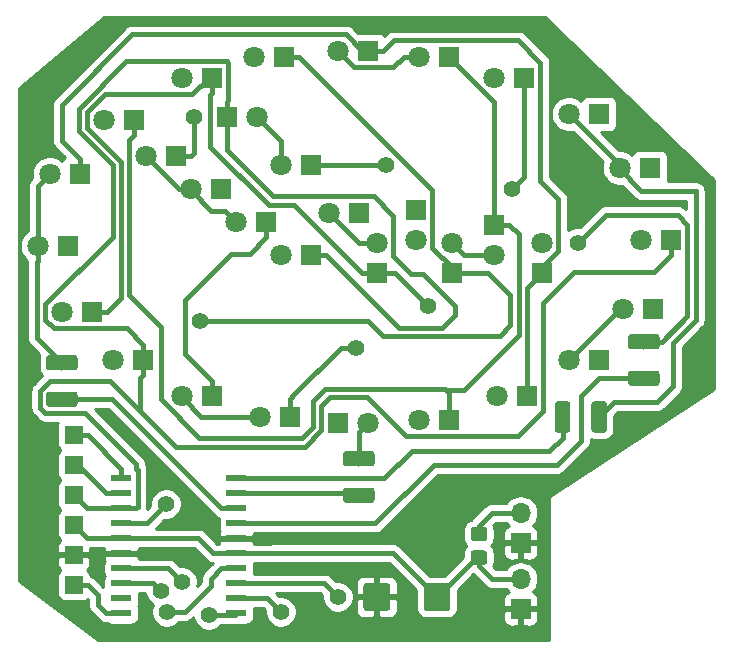
<source format=gtl>
%TF.GenerationSoftware,KiCad,Pcbnew,(5.1.4)-1*%
%TF.CreationDate,2021-08-29T10:14:45+03:00*%
%TF.ProjectId,optiem,6f707469-656d-42e6-9b69-6361645f7063,rev?*%
%TF.SameCoordinates,Original*%
%TF.FileFunction,Copper,L1,Top*%
%TF.FilePolarity,Positive*%
%FSLAX46Y46*%
G04 Gerber Fmt 4.6, Leading zero omitted, Abs format (unit mm)*
G04 Created by KiCad (PCBNEW (5.1.4)-1) date 2021-08-29 10:14:45*
%MOMM*%
%LPD*%
G04 APERTURE LIST*
%TA.AperFunction,SMDPad,CuDef*%
%ADD10R,1.524000X1.524000*%
%TD*%
%TA.AperFunction,Conductor*%
%ADD11C,0.150000*%
%TD*%
%TA.AperFunction,SMDPad,CuDef*%
%ADD12C,2.250000*%
%TD*%
%TA.AperFunction,ComponentPad*%
%ADD13C,1.800000*%
%TD*%
%TA.AperFunction,ComponentPad*%
%ADD14R,1.800000X1.800000*%
%TD*%
%TA.AperFunction,SMDPad,CuDef*%
%ADD15R,1.750000X0.600000*%
%TD*%
%TA.AperFunction,ComponentPad*%
%ADD16O,1.700000X1.700000*%
%TD*%
%TA.AperFunction,ComponentPad*%
%ADD17R,1.700000X1.700000*%
%TD*%
%TA.AperFunction,SMDPad,CuDef*%
%ADD18C,1.200000*%
%TD*%
%TA.AperFunction,SMDPad,CuDef*%
%ADD19C,1.300000*%
%TD*%
%TA.AperFunction,ViaPad*%
%ADD20C,1.400000*%
%TD*%
%TA.AperFunction,Conductor*%
%ADD21C,0.400000*%
%TD*%
%TA.AperFunction,Conductor*%
%ADD22C,0.254000*%
%TD*%
G04 APERTURE END LIST*
D10*
%TO.P,P1,6*%
%TO.N,Net-(IC1-Pad10)*%
X117348000Y-119126000D03*
%TO.P,P1,5*%
%TO.N,GND*%
X117348000Y-116586000D03*
%TO.P,P1,4*%
%TO.N,VCC*%
X117348000Y-114046000D03*
%TO.P,P1,3*%
%TO.N,Net-(D16-Pad1)*%
X117348000Y-111506000D03*
%TO.P,P1,2*%
%TO.N,Net-(IC1-Pad2)*%
X117348000Y-108966000D03*
%TO.P,P1,1*%
%TO.N,Net-(IC1-Pad1)*%
X117348000Y-106426000D03*
%TD*%
D11*
%TO.N,VCC*%
%TO.C,C1*%
G36*
X148991505Y-118968204D02*
G01*
X149015773Y-118971804D01*
X149039572Y-118977765D01*
X149062671Y-118986030D01*
X149084850Y-118996520D01*
X149105893Y-119009132D01*
X149125599Y-119023747D01*
X149143777Y-119040223D01*
X149160253Y-119058401D01*
X149174868Y-119078107D01*
X149187480Y-119099150D01*
X149197970Y-119121329D01*
X149206235Y-119144428D01*
X149212196Y-119168227D01*
X149215796Y-119192495D01*
X149217000Y-119216999D01*
X149217000Y-121067001D01*
X149215796Y-121091505D01*
X149212196Y-121115773D01*
X149206235Y-121139572D01*
X149197970Y-121162671D01*
X149187480Y-121184850D01*
X149174868Y-121205893D01*
X149160253Y-121225599D01*
X149143777Y-121243777D01*
X149125599Y-121260253D01*
X149105893Y-121274868D01*
X149084850Y-121287480D01*
X149062671Y-121297970D01*
X149039572Y-121306235D01*
X149015773Y-121312196D01*
X148991505Y-121315796D01*
X148967001Y-121317000D01*
X147216999Y-121317000D01*
X147192495Y-121315796D01*
X147168227Y-121312196D01*
X147144428Y-121306235D01*
X147121329Y-121297970D01*
X147099150Y-121287480D01*
X147078107Y-121274868D01*
X147058401Y-121260253D01*
X147040223Y-121243777D01*
X147023747Y-121225599D01*
X147009132Y-121205893D01*
X146996520Y-121184850D01*
X146986030Y-121162671D01*
X146977765Y-121139572D01*
X146971804Y-121115773D01*
X146968204Y-121091505D01*
X146967000Y-121067001D01*
X146967000Y-119216999D01*
X146968204Y-119192495D01*
X146971804Y-119168227D01*
X146977765Y-119144428D01*
X146986030Y-119121329D01*
X146996520Y-119099150D01*
X147009132Y-119078107D01*
X147023747Y-119058401D01*
X147040223Y-119040223D01*
X147058401Y-119023747D01*
X147078107Y-119009132D01*
X147099150Y-118996520D01*
X147121329Y-118986030D01*
X147144428Y-118977765D01*
X147168227Y-118971804D01*
X147192495Y-118968204D01*
X147216999Y-118967000D01*
X148967001Y-118967000D01*
X148991505Y-118968204D01*
X148991505Y-118968204D01*
G37*
D12*
%TD*%
%TO.P,C1,1*%
%TO.N,VCC*%
X148092000Y-120142000D03*
D11*
%TO.N,GND*%
%TO.C,C1*%
G36*
X143891505Y-118968204D02*
G01*
X143915773Y-118971804D01*
X143939572Y-118977765D01*
X143962671Y-118986030D01*
X143984850Y-118996520D01*
X144005893Y-119009132D01*
X144025599Y-119023747D01*
X144043777Y-119040223D01*
X144060253Y-119058401D01*
X144074868Y-119078107D01*
X144087480Y-119099150D01*
X144097970Y-119121329D01*
X144106235Y-119144428D01*
X144112196Y-119168227D01*
X144115796Y-119192495D01*
X144117000Y-119216999D01*
X144117000Y-121067001D01*
X144115796Y-121091505D01*
X144112196Y-121115773D01*
X144106235Y-121139572D01*
X144097970Y-121162671D01*
X144087480Y-121184850D01*
X144074868Y-121205893D01*
X144060253Y-121225599D01*
X144043777Y-121243777D01*
X144025599Y-121260253D01*
X144005893Y-121274868D01*
X143984850Y-121287480D01*
X143962671Y-121297970D01*
X143939572Y-121306235D01*
X143915773Y-121312196D01*
X143891505Y-121315796D01*
X143867001Y-121317000D01*
X142116999Y-121317000D01*
X142092495Y-121315796D01*
X142068227Y-121312196D01*
X142044428Y-121306235D01*
X142021329Y-121297970D01*
X141999150Y-121287480D01*
X141978107Y-121274868D01*
X141958401Y-121260253D01*
X141940223Y-121243777D01*
X141923747Y-121225599D01*
X141909132Y-121205893D01*
X141896520Y-121184850D01*
X141886030Y-121162671D01*
X141877765Y-121139572D01*
X141871804Y-121115773D01*
X141868204Y-121091505D01*
X141867000Y-121067001D01*
X141867000Y-119216999D01*
X141868204Y-119192495D01*
X141871804Y-119168227D01*
X141877765Y-119144428D01*
X141886030Y-119121329D01*
X141896520Y-119099150D01*
X141909132Y-119078107D01*
X141923747Y-119058401D01*
X141940223Y-119040223D01*
X141958401Y-119023747D01*
X141978107Y-119009132D01*
X141999150Y-118996520D01*
X142021329Y-118986030D01*
X142044428Y-118977765D01*
X142068227Y-118971804D01*
X142092495Y-118968204D01*
X142116999Y-118967000D01*
X143867001Y-118967000D01*
X143891505Y-118968204D01*
X143891505Y-118968204D01*
G37*
D12*
%TD*%
%TO.P,C1,2*%
%TO.N,GND*%
X142992000Y-120142000D03*
D13*
%TO.P,D17,2*%
%TO.N,Net-(D17-Pad2)*%
X116332000Y-96012000D03*
D14*
%TO.P,D17,1*%
%TO.N,Net-(D1-Pad1)*%
X118872000Y-96012000D03*
%TD*%
D15*
%TO.P,IC1,20*%
%TO.N,Net-(IC1-Pad20)*%
X131113000Y-110109000D03*
%TO.P,IC1,19*%
%TO.N,Net-(IC1-Pad19)*%
X131113000Y-111379000D03*
%TO.P,IC1,18*%
%TO.N,Net-(IC1-Pad18)*%
X131113000Y-112649000D03*
%TO.P,IC1,17*%
%TO.N,Net-(IC1-Pad17)*%
X131113000Y-113919000D03*
%TO.P,IC1,16*%
%TO.N,GND*%
X131113000Y-115189000D03*
%TO.P,IC1,15*%
%TO.N,VCC*%
X131113000Y-116459000D03*
%TO.P,IC1,14*%
%TO.N,Net-(D1-Pad1)*%
X131113000Y-117729000D03*
%TO.P,IC1,13*%
%TO.N,Net-(D10-Pad1)*%
X131113000Y-118999000D03*
%TO.P,IC1,12*%
%TO.N,Net-(D11-Pad1)*%
X131113000Y-120269000D03*
%TO.P,IC1,11*%
%TO.N,Net-(D12-Pad1)*%
X131113000Y-121539000D03*
%TO.P,IC1,10*%
%TO.N,Net-(IC1-Pad10)*%
X121363000Y-121539000D03*
%TO.P,IC1,9*%
%TO.N,Net-(IC1-Pad9)*%
X121363000Y-120269000D03*
%TO.P,IC1,8*%
%TO.N,Net-(D15-Pad1)*%
X121363000Y-118999000D03*
%TO.P,IC1,7*%
%TO.N,Net-(D14-Pad1)*%
X121363000Y-117729000D03*
%TO.P,IC1,1*%
%TO.N,Net-(IC1-Pad1)*%
X121363000Y-110109000D03*
%TO.P,IC1,2*%
%TO.N,Net-(IC1-Pad2)*%
X121363000Y-111379000D03*
%TO.P,IC1,3*%
%TO.N,Net-(D16-Pad1)*%
X121363000Y-112649000D03*
%TO.P,IC1,4*%
%TO.N,Net-(D13-Pad1)*%
X121363000Y-113919000D03*
%TO.P,IC1,5*%
%TO.N,VCC*%
X121363000Y-115189000D03*
%TO.P,IC1,6*%
%TO.N,GND*%
X121363000Y-116459000D03*
%TD*%
D16*
%TO.P,P3,2*%
%TO.N,VCC*%
X155194000Y-118618000D03*
D17*
%TO.P,P3,1*%
%TO.N,GND*%
X155194000Y-121158000D03*
%TD*%
D14*
%TO.P,D29,1*%
%TO.N,Net-(D13-Pad1)*%
X146304000Y-87376000D03*
D13*
%TO.P,D29,2*%
%TO.N,Net-(D25-Pad2)*%
X146304000Y-89916000D03*
%TD*%
D14*
%TO.P,D9,1*%
%TO.N,Net-(D1-Pad1)*%
X166370000Y-95758000D03*
D13*
%TO.P,D9,2*%
%TO.N,Net-(D10-Pad2)*%
X163830000Y-95758000D03*
%TD*%
%TO.P,D11,2*%
%TO.N,Net-(D10-Pad2)*%
X153162000Y-103124000D03*
D14*
%TO.P,D11,1*%
%TO.N,Net-(D11-Pad1)*%
X155702000Y-103124000D03*
%TD*%
%TO.P,D12,1*%
%TO.N,Net-(D12-Pad1)*%
X149098000Y-105156000D03*
D13*
%TO.P,D12,2*%
%TO.N,Net-(D10-Pad2)*%
X146558000Y-105156000D03*
%TD*%
%TO.P,D13,2*%
%TO.N,Net-(D10-Pad2)*%
X142240000Y-105410000D03*
D14*
%TO.P,D13,1*%
%TO.N,Net-(D13-Pad1)*%
X139700000Y-105410000D03*
%TD*%
D13*
%TO.P,D16,2*%
%TO.N,Net-(D10-Pad2)*%
X120650000Y-100076000D03*
D14*
%TO.P,D16,1*%
%TO.N,Net-(D16-Pad1)*%
X123190000Y-100076000D03*
%TD*%
%TO.P,D7,1*%
%TO.N,Net-(D15-Pad1)*%
X166116000Y-83820000D03*
D13*
%TO.P,D7,2*%
%TO.N,Net-(D1-Pad2)*%
X163576000Y-83820000D03*
%TD*%
%TO.P,D6,2*%
%TO.N,Net-(D1-Pad2)*%
X159258000Y-79248000D03*
D14*
%TO.P,D6,1*%
%TO.N,Net-(D14-Pad1)*%
X161798000Y-79248000D03*
%TD*%
D13*
%TO.P,D1,2*%
%TO.N,Net-(D1-Pad2)*%
X126492000Y-76200000D03*
D14*
%TO.P,D1,1*%
%TO.N,Net-(D1-Pad1)*%
X129032000Y-76200000D03*
%TD*%
%TO.P,D3,1*%
%TO.N,Net-(D11-Pad1)*%
X142240000Y-73914000D03*
D13*
%TO.P,D3,2*%
%TO.N,Net-(D1-Pad2)*%
X139700000Y-73914000D03*
%TD*%
%TO.P,D4,2*%
%TO.N,Net-(D1-Pad2)*%
X146558000Y-74422000D03*
D14*
%TO.P,D4,1*%
%TO.N,Net-(D12-Pad1)*%
X149098000Y-74422000D03*
%TD*%
%TO.P,D2,1*%
%TO.N,Net-(D10-Pad1)*%
X135128000Y-74422000D03*
D13*
%TO.P,D2,2*%
%TO.N,Net-(D1-Pad2)*%
X132588000Y-74422000D03*
%TD*%
D14*
%TO.P,D5,1*%
%TO.N,Net-(D13-Pad1)*%
X155448000Y-76200000D03*
D13*
%TO.P,D5,2*%
%TO.N,Net-(D1-Pad2)*%
X152908000Y-76200000D03*
%TD*%
D14*
%TO.P,D14,1*%
%TO.N,Net-(D14-Pad1)*%
X135636000Y-104902000D03*
D13*
%TO.P,D14,2*%
%TO.N,Net-(D10-Pad2)*%
X133096000Y-104902000D03*
%TD*%
D17*
%TO.P,P2,1*%
%TO.N,GND*%
X155194000Y-115570000D03*
D16*
%TO.P,P2,2*%
%TO.N,Net-(F1-Pad2)*%
X155194000Y-113030000D03*
%TD*%
D11*
%TO.N,VCC*%
%TO.C,F1*%
G36*
X152112505Y-116209204D02*
G01*
X152136773Y-116212804D01*
X152160572Y-116218765D01*
X152183671Y-116227030D01*
X152205850Y-116237520D01*
X152226893Y-116250132D01*
X152246599Y-116264747D01*
X152264777Y-116281223D01*
X152281253Y-116299401D01*
X152295868Y-116319107D01*
X152308480Y-116340150D01*
X152318970Y-116362329D01*
X152327235Y-116385428D01*
X152333196Y-116409227D01*
X152336796Y-116433495D01*
X152338000Y-116457999D01*
X152338000Y-117158001D01*
X152336796Y-117182505D01*
X152333196Y-117206773D01*
X152327235Y-117230572D01*
X152318970Y-117253671D01*
X152308480Y-117275850D01*
X152295868Y-117296893D01*
X152281253Y-117316599D01*
X152264777Y-117334777D01*
X152246599Y-117351253D01*
X152226893Y-117365868D01*
X152205850Y-117378480D01*
X152183671Y-117388970D01*
X152160572Y-117397235D01*
X152136773Y-117403196D01*
X152112505Y-117406796D01*
X152088001Y-117408000D01*
X151187999Y-117408000D01*
X151163495Y-117406796D01*
X151139227Y-117403196D01*
X151115428Y-117397235D01*
X151092329Y-117388970D01*
X151070150Y-117378480D01*
X151049107Y-117365868D01*
X151029401Y-117351253D01*
X151011223Y-117334777D01*
X150994747Y-117316599D01*
X150980132Y-117296893D01*
X150967520Y-117275850D01*
X150957030Y-117253671D01*
X150948765Y-117230572D01*
X150942804Y-117206773D01*
X150939204Y-117182505D01*
X150938000Y-117158001D01*
X150938000Y-116457999D01*
X150939204Y-116433495D01*
X150942804Y-116409227D01*
X150948765Y-116385428D01*
X150957030Y-116362329D01*
X150967520Y-116340150D01*
X150980132Y-116319107D01*
X150994747Y-116299401D01*
X151011223Y-116281223D01*
X151029401Y-116264747D01*
X151049107Y-116250132D01*
X151070150Y-116237520D01*
X151092329Y-116227030D01*
X151115428Y-116218765D01*
X151139227Y-116212804D01*
X151163495Y-116209204D01*
X151187999Y-116208000D01*
X152088001Y-116208000D01*
X152112505Y-116209204D01*
X152112505Y-116209204D01*
G37*
D18*
%TD*%
%TO.P,F1,1*%
%TO.N,VCC*%
X151638000Y-116808000D03*
D11*
%TO.N,Net-(F1-Pad2)*%
%TO.C,F1*%
G36*
X152112505Y-114209204D02*
G01*
X152136773Y-114212804D01*
X152160572Y-114218765D01*
X152183671Y-114227030D01*
X152205850Y-114237520D01*
X152226893Y-114250132D01*
X152246599Y-114264747D01*
X152264777Y-114281223D01*
X152281253Y-114299401D01*
X152295868Y-114319107D01*
X152308480Y-114340150D01*
X152318970Y-114362329D01*
X152327235Y-114385428D01*
X152333196Y-114409227D01*
X152336796Y-114433495D01*
X152338000Y-114457999D01*
X152338000Y-115158001D01*
X152336796Y-115182505D01*
X152333196Y-115206773D01*
X152327235Y-115230572D01*
X152318970Y-115253671D01*
X152308480Y-115275850D01*
X152295868Y-115296893D01*
X152281253Y-115316599D01*
X152264777Y-115334777D01*
X152246599Y-115351253D01*
X152226893Y-115365868D01*
X152205850Y-115378480D01*
X152183671Y-115388970D01*
X152160572Y-115397235D01*
X152136773Y-115403196D01*
X152112505Y-115406796D01*
X152088001Y-115408000D01*
X151187999Y-115408000D01*
X151163495Y-115406796D01*
X151139227Y-115403196D01*
X151115428Y-115397235D01*
X151092329Y-115388970D01*
X151070150Y-115378480D01*
X151049107Y-115365868D01*
X151029401Y-115351253D01*
X151011223Y-115334777D01*
X150994747Y-115316599D01*
X150980132Y-115296893D01*
X150967520Y-115275850D01*
X150957030Y-115253671D01*
X150948765Y-115230572D01*
X150942804Y-115206773D01*
X150939204Y-115182505D01*
X150938000Y-115158001D01*
X150938000Y-114457999D01*
X150939204Y-114433495D01*
X150942804Y-114409227D01*
X150948765Y-114385428D01*
X150957030Y-114362329D01*
X150967520Y-114340150D01*
X150980132Y-114319107D01*
X150994747Y-114299401D01*
X151011223Y-114281223D01*
X151029401Y-114264747D01*
X151049107Y-114250132D01*
X151070150Y-114237520D01*
X151092329Y-114227030D01*
X151115428Y-114218765D01*
X151139227Y-114212804D01*
X151163495Y-114209204D01*
X151187999Y-114208000D01*
X152088001Y-114208000D01*
X152112505Y-114209204D01*
X152112505Y-114209204D01*
G37*
D18*
%TD*%
%TO.P,F1,2*%
%TO.N,Net-(F1-Pad2)*%
X151638000Y-114808000D03*
D11*
%TO.N,Net-(IC1-Pad20)*%
%TO.C,R1*%
G36*
X159148504Y-103578204D02*
G01*
X159172773Y-103581804D01*
X159196571Y-103587765D01*
X159219671Y-103596030D01*
X159241849Y-103606520D01*
X159262893Y-103619133D01*
X159282598Y-103633747D01*
X159300777Y-103650223D01*
X159317253Y-103668402D01*
X159331867Y-103688107D01*
X159344480Y-103709151D01*
X159354970Y-103731329D01*
X159363235Y-103754429D01*
X159369196Y-103778227D01*
X159372796Y-103802496D01*
X159374000Y-103827000D01*
X159374000Y-105977000D01*
X159372796Y-106001504D01*
X159369196Y-106025773D01*
X159363235Y-106049571D01*
X159354970Y-106072671D01*
X159344480Y-106094849D01*
X159331867Y-106115893D01*
X159317253Y-106135598D01*
X159300777Y-106153777D01*
X159282598Y-106170253D01*
X159262893Y-106184867D01*
X159241849Y-106197480D01*
X159219671Y-106207970D01*
X159196571Y-106216235D01*
X159172773Y-106222196D01*
X159148504Y-106225796D01*
X159124000Y-106227000D01*
X158324000Y-106227000D01*
X158299496Y-106225796D01*
X158275227Y-106222196D01*
X158251429Y-106216235D01*
X158228329Y-106207970D01*
X158206151Y-106197480D01*
X158185107Y-106184867D01*
X158165402Y-106170253D01*
X158147223Y-106153777D01*
X158130747Y-106135598D01*
X158116133Y-106115893D01*
X158103520Y-106094849D01*
X158093030Y-106072671D01*
X158084765Y-106049571D01*
X158078804Y-106025773D01*
X158075204Y-106001504D01*
X158074000Y-105977000D01*
X158074000Y-103827000D01*
X158075204Y-103802496D01*
X158078804Y-103778227D01*
X158084765Y-103754429D01*
X158093030Y-103731329D01*
X158103520Y-103709151D01*
X158116133Y-103688107D01*
X158130747Y-103668402D01*
X158147223Y-103650223D01*
X158165402Y-103633747D01*
X158185107Y-103619133D01*
X158206151Y-103606520D01*
X158228329Y-103596030D01*
X158251429Y-103587765D01*
X158275227Y-103581804D01*
X158299496Y-103578204D01*
X158324000Y-103577000D01*
X159124000Y-103577000D01*
X159148504Y-103578204D01*
X159148504Y-103578204D01*
G37*
D19*
%TD*%
%TO.P,R1,1*%
%TO.N,Net-(IC1-Pad20)*%
X158724000Y-104902000D03*
D11*
%TO.N,Net-(D1-Pad2)*%
%TO.C,R1*%
G36*
X162248504Y-103578204D02*
G01*
X162272773Y-103581804D01*
X162296571Y-103587765D01*
X162319671Y-103596030D01*
X162341849Y-103606520D01*
X162362893Y-103619133D01*
X162382598Y-103633747D01*
X162400777Y-103650223D01*
X162417253Y-103668402D01*
X162431867Y-103688107D01*
X162444480Y-103709151D01*
X162454970Y-103731329D01*
X162463235Y-103754429D01*
X162469196Y-103778227D01*
X162472796Y-103802496D01*
X162474000Y-103827000D01*
X162474000Y-105977000D01*
X162472796Y-106001504D01*
X162469196Y-106025773D01*
X162463235Y-106049571D01*
X162454970Y-106072671D01*
X162444480Y-106094849D01*
X162431867Y-106115893D01*
X162417253Y-106135598D01*
X162400777Y-106153777D01*
X162382598Y-106170253D01*
X162362893Y-106184867D01*
X162341849Y-106197480D01*
X162319671Y-106207970D01*
X162296571Y-106216235D01*
X162272773Y-106222196D01*
X162248504Y-106225796D01*
X162224000Y-106227000D01*
X161424000Y-106227000D01*
X161399496Y-106225796D01*
X161375227Y-106222196D01*
X161351429Y-106216235D01*
X161328329Y-106207970D01*
X161306151Y-106197480D01*
X161285107Y-106184867D01*
X161265402Y-106170253D01*
X161247223Y-106153777D01*
X161230747Y-106135598D01*
X161216133Y-106115893D01*
X161203520Y-106094849D01*
X161193030Y-106072671D01*
X161184765Y-106049571D01*
X161178804Y-106025773D01*
X161175204Y-106001504D01*
X161174000Y-105977000D01*
X161174000Y-103827000D01*
X161175204Y-103802496D01*
X161178804Y-103778227D01*
X161184765Y-103754429D01*
X161193030Y-103731329D01*
X161203520Y-103709151D01*
X161216133Y-103688107D01*
X161230747Y-103668402D01*
X161247223Y-103650223D01*
X161265402Y-103633747D01*
X161285107Y-103619133D01*
X161306151Y-103606520D01*
X161328329Y-103596030D01*
X161351429Y-103587765D01*
X161375227Y-103581804D01*
X161399496Y-103578204D01*
X161424000Y-103577000D01*
X162224000Y-103577000D01*
X162248504Y-103578204D01*
X162248504Y-103578204D01*
G37*
D19*
%TD*%
%TO.P,R1,2*%
%TO.N,Net-(D1-Pad2)*%
X161824000Y-104902000D03*
D11*
%TO.N,Net-(D10-Pad2)*%
%TO.C,R2*%
G36*
X142577504Y-107783204D02*
G01*
X142601773Y-107786804D01*
X142625571Y-107792765D01*
X142648671Y-107801030D01*
X142670849Y-107811520D01*
X142691893Y-107824133D01*
X142711598Y-107838747D01*
X142729777Y-107855223D01*
X142746253Y-107873402D01*
X142760867Y-107893107D01*
X142773480Y-107914151D01*
X142783970Y-107936329D01*
X142792235Y-107959429D01*
X142798196Y-107983227D01*
X142801796Y-108007496D01*
X142803000Y-108032000D01*
X142803000Y-108832000D01*
X142801796Y-108856504D01*
X142798196Y-108880773D01*
X142792235Y-108904571D01*
X142783970Y-108927671D01*
X142773480Y-108949849D01*
X142760867Y-108970893D01*
X142746253Y-108990598D01*
X142729777Y-109008777D01*
X142711598Y-109025253D01*
X142691893Y-109039867D01*
X142670849Y-109052480D01*
X142648671Y-109062970D01*
X142625571Y-109071235D01*
X142601773Y-109077196D01*
X142577504Y-109080796D01*
X142553000Y-109082000D01*
X140403000Y-109082000D01*
X140378496Y-109080796D01*
X140354227Y-109077196D01*
X140330429Y-109071235D01*
X140307329Y-109062970D01*
X140285151Y-109052480D01*
X140264107Y-109039867D01*
X140244402Y-109025253D01*
X140226223Y-109008777D01*
X140209747Y-108990598D01*
X140195133Y-108970893D01*
X140182520Y-108949849D01*
X140172030Y-108927671D01*
X140163765Y-108904571D01*
X140157804Y-108880773D01*
X140154204Y-108856504D01*
X140153000Y-108832000D01*
X140153000Y-108032000D01*
X140154204Y-108007496D01*
X140157804Y-107983227D01*
X140163765Y-107959429D01*
X140172030Y-107936329D01*
X140182520Y-107914151D01*
X140195133Y-107893107D01*
X140209747Y-107873402D01*
X140226223Y-107855223D01*
X140244402Y-107838747D01*
X140264107Y-107824133D01*
X140285151Y-107811520D01*
X140307329Y-107801030D01*
X140330429Y-107792765D01*
X140354227Y-107786804D01*
X140378496Y-107783204D01*
X140403000Y-107782000D01*
X142553000Y-107782000D01*
X142577504Y-107783204D01*
X142577504Y-107783204D01*
G37*
D19*
%TD*%
%TO.P,R2,2*%
%TO.N,Net-(D10-Pad2)*%
X141478000Y-108432000D03*
D11*
%TO.N,Net-(IC1-Pad19)*%
%TO.C,R2*%
G36*
X142577504Y-110883204D02*
G01*
X142601773Y-110886804D01*
X142625571Y-110892765D01*
X142648671Y-110901030D01*
X142670849Y-110911520D01*
X142691893Y-110924133D01*
X142711598Y-110938747D01*
X142729777Y-110955223D01*
X142746253Y-110973402D01*
X142760867Y-110993107D01*
X142773480Y-111014151D01*
X142783970Y-111036329D01*
X142792235Y-111059429D01*
X142798196Y-111083227D01*
X142801796Y-111107496D01*
X142803000Y-111132000D01*
X142803000Y-111932000D01*
X142801796Y-111956504D01*
X142798196Y-111980773D01*
X142792235Y-112004571D01*
X142783970Y-112027671D01*
X142773480Y-112049849D01*
X142760867Y-112070893D01*
X142746253Y-112090598D01*
X142729777Y-112108777D01*
X142711598Y-112125253D01*
X142691893Y-112139867D01*
X142670849Y-112152480D01*
X142648671Y-112162970D01*
X142625571Y-112171235D01*
X142601773Y-112177196D01*
X142577504Y-112180796D01*
X142553000Y-112182000D01*
X140403000Y-112182000D01*
X140378496Y-112180796D01*
X140354227Y-112177196D01*
X140330429Y-112171235D01*
X140307329Y-112162970D01*
X140285151Y-112152480D01*
X140264107Y-112139867D01*
X140244402Y-112125253D01*
X140226223Y-112108777D01*
X140209747Y-112090598D01*
X140195133Y-112070893D01*
X140182520Y-112049849D01*
X140172030Y-112027671D01*
X140163765Y-112004571D01*
X140157804Y-111980773D01*
X140154204Y-111956504D01*
X140153000Y-111932000D01*
X140153000Y-111132000D01*
X140154204Y-111107496D01*
X140157804Y-111083227D01*
X140163765Y-111059429D01*
X140172030Y-111036329D01*
X140182520Y-111014151D01*
X140195133Y-110993107D01*
X140209747Y-110973402D01*
X140226223Y-110955223D01*
X140244402Y-110938747D01*
X140264107Y-110924133D01*
X140285151Y-110911520D01*
X140307329Y-110901030D01*
X140330429Y-110892765D01*
X140354227Y-110886804D01*
X140378496Y-110883204D01*
X140403000Y-110882000D01*
X142553000Y-110882000D01*
X142577504Y-110883204D01*
X142577504Y-110883204D01*
G37*
D19*
%TD*%
%TO.P,R2,1*%
%TO.N,Net-(IC1-Pad19)*%
X141478000Y-111532000D03*
D11*
%TO.N,Net-(IC1-Pad18)*%
%TO.C,R3*%
G36*
X117431504Y-102755204D02*
G01*
X117455773Y-102758804D01*
X117479571Y-102764765D01*
X117502671Y-102773030D01*
X117524849Y-102783520D01*
X117545893Y-102796133D01*
X117565598Y-102810747D01*
X117583777Y-102827223D01*
X117600253Y-102845402D01*
X117614867Y-102865107D01*
X117627480Y-102886151D01*
X117637970Y-102908329D01*
X117646235Y-102931429D01*
X117652196Y-102955227D01*
X117655796Y-102979496D01*
X117657000Y-103004000D01*
X117657000Y-103804000D01*
X117655796Y-103828504D01*
X117652196Y-103852773D01*
X117646235Y-103876571D01*
X117637970Y-103899671D01*
X117627480Y-103921849D01*
X117614867Y-103942893D01*
X117600253Y-103962598D01*
X117583777Y-103980777D01*
X117565598Y-103997253D01*
X117545893Y-104011867D01*
X117524849Y-104024480D01*
X117502671Y-104034970D01*
X117479571Y-104043235D01*
X117455773Y-104049196D01*
X117431504Y-104052796D01*
X117407000Y-104054000D01*
X115257000Y-104054000D01*
X115232496Y-104052796D01*
X115208227Y-104049196D01*
X115184429Y-104043235D01*
X115161329Y-104034970D01*
X115139151Y-104024480D01*
X115118107Y-104011867D01*
X115098402Y-103997253D01*
X115080223Y-103980777D01*
X115063747Y-103962598D01*
X115049133Y-103942893D01*
X115036520Y-103921849D01*
X115026030Y-103899671D01*
X115017765Y-103876571D01*
X115011804Y-103852773D01*
X115008204Y-103828504D01*
X115007000Y-103804000D01*
X115007000Y-103004000D01*
X115008204Y-102979496D01*
X115011804Y-102955227D01*
X115017765Y-102931429D01*
X115026030Y-102908329D01*
X115036520Y-102886151D01*
X115049133Y-102865107D01*
X115063747Y-102845402D01*
X115080223Y-102827223D01*
X115098402Y-102810747D01*
X115118107Y-102796133D01*
X115139151Y-102783520D01*
X115161329Y-102773030D01*
X115184429Y-102764765D01*
X115208227Y-102758804D01*
X115232496Y-102755204D01*
X115257000Y-102754000D01*
X117407000Y-102754000D01*
X117431504Y-102755204D01*
X117431504Y-102755204D01*
G37*
D19*
%TD*%
%TO.P,R3,1*%
%TO.N,Net-(IC1-Pad18)*%
X116332000Y-103404000D03*
D11*
%TO.N,Net-(D17-Pad2)*%
%TO.C,R3*%
G36*
X117431504Y-99655204D02*
G01*
X117455773Y-99658804D01*
X117479571Y-99664765D01*
X117502671Y-99673030D01*
X117524849Y-99683520D01*
X117545893Y-99696133D01*
X117565598Y-99710747D01*
X117583777Y-99727223D01*
X117600253Y-99745402D01*
X117614867Y-99765107D01*
X117627480Y-99786151D01*
X117637970Y-99808329D01*
X117646235Y-99831429D01*
X117652196Y-99855227D01*
X117655796Y-99879496D01*
X117657000Y-99904000D01*
X117657000Y-100704000D01*
X117655796Y-100728504D01*
X117652196Y-100752773D01*
X117646235Y-100776571D01*
X117637970Y-100799671D01*
X117627480Y-100821849D01*
X117614867Y-100842893D01*
X117600253Y-100862598D01*
X117583777Y-100880777D01*
X117565598Y-100897253D01*
X117545893Y-100911867D01*
X117524849Y-100924480D01*
X117502671Y-100934970D01*
X117479571Y-100943235D01*
X117455773Y-100949196D01*
X117431504Y-100952796D01*
X117407000Y-100954000D01*
X115257000Y-100954000D01*
X115232496Y-100952796D01*
X115208227Y-100949196D01*
X115184429Y-100943235D01*
X115161329Y-100934970D01*
X115139151Y-100924480D01*
X115118107Y-100911867D01*
X115098402Y-100897253D01*
X115080223Y-100880777D01*
X115063747Y-100862598D01*
X115049133Y-100842893D01*
X115036520Y-100821849D01*
X115026030Y-100799671D01*
X115017765Y-100776571D01*
X115011804Y-100752773D01*
X115008204Y-100728504D01*
X115007000Y-100704000D01*
X115007000Y-99904000D01*
X115008204Y-99879496D01*
X115011804Y-99855227D01*
X115017765Y-99831429D01*
X115026030Y-99808329D01*
X115036520Y-99786151D01*
X115049133Y-99765107D01*
X115063747Y-99745402D01*
X115080223Y-99727223D01*
X115098402Y-99710747D01*
X115118107Y-99696133D01*
X115139151Y-99683520D01*
X115161329Y-99673030D01*
X115184429Y-99664765D01*
X115208227Y-99658804D01*
X115232496Y-99655204D01*
X115257000Y-99654000D01*
X117407000Y-99654000D01*
X117431504Y-99655204D01*
X117431504Y-99655204D01*
G37*
D19*
%TD*%
%TO.P,R3,2*%
%TO.N,Net-(D17-Pad2)*%
X116332000Y-100304000D03*
D11*
%TO.N,Net-(D25-Pad2)*%
%TO.C,R4*%
G36*
X166707504Y-97877204D02*
G01*
X166731773Y-97880804D01*
X166755571Y-97886765D01*
X166778671Y-97895030D01*
X166800849Y-97905520D01*
X166821893Y-97918133D01*
X166841598Y-97932747D01*
X166859777Y-97949223D01*
X166876253Y-97967402D01*
X166890867Y-97987107D01*
X166903480Y-98008151D01*
X166913970Y-98030329D01*
X166922235Y-98053429D01*
X166928196Y-98077227D01*
X166931796Y-98101496D01*
X166933000Y-98126000D01*
X166933000Y-98926000D01*
X166931796Y-98950504D01*
X166928196Y-98974773D01*
X166922235Y-98998571D01*
X166913970Y-99021671D01*
X166903480Y-99043849D01*
X166890867Y-99064893D01*
X166876253Y-99084598D01*
X166859777Y-99102777D01*
X166841598Y-99119253D01*
X166821893Y-99133867D01*
X166800849Y-99146480D01*
X166778671Y-99156970D01*
X166755571Y-99165235D01*
X166731773Y-99171196D01*
X166707504Y-99174796D01*
X166683000Y-99176000D01*
X164533000Y-99176000D01*
X164508496Y-99174796D01*
X164484227Y-99171196D01*
X164460429Y-99165235D01*
X164437329Y-99156970D01*
X164415151Y-99146480D01*
X164394107Y-99133867D01*
X164374402Y-99119253D01*
X164356223Y-99102777D01*
X164339747Y-99084598D01*
X164325133Y-99064893D01*
X164312520Y-99043849D01*
X164302030Y-99021671D01*
X164293765Y-98998571D01*
X164287804Y-98974773D01*
X164284204Y-98950504D01*
X164283000Y-98926000D01*
X164283000Y-98126000D01*
X164284204Y-98101496D01*
X164287804Y-98077227D01*
X164293765Y-98053429D01*
X164302030Y-98030329D01*
X164312520Y-98008151D01*
X164325133Y-97987107D01*
X164339747Y-97967402D01*
X164356223Y-97949223D01*
X164374402Y-97932747D01*
X164394107Y-97918133D01*
X164415151Y-97905520D01*
X164437329Y-97895030D01*
X164460429Y-97886765D01*
X164484227Y-97880804D01*
X164508496Y-97877204D01*
X164533000Y-97876000D01*
X166683000Y-97876000D01*
X166707504Y-97877204D01*
X166707504Y-97877204D01*
G37*
D19*
%TD*%
%TO.P,R4,2*%
%TO.N,Net-(D25-Pad2)*%
X165608000Y-98526000D03*
D11*
%TO.N,Net-(IC1-Pad17)*%
%TO.C,R4*%
G36*
X166707504Y-100977204D02*
G01*
X166731773Y-100980804D01*
X166755571Y-100986765D01*
X166778671Y-100995030D01*
X166800849Y-101005520D01*
X166821893Y-101018133D01*
X166841598Y-101032747D01*
X166859777Y-101049223D01*
X166876253Y-101067402D01*
X166890867Y-101087107D01*
X166903480Y-101108151D01*
X166913970Y-101130329D01*
X166922235Y-101153429D01*
X166928196Y-101177227D01*
X166931796Y-101201496D01*
X166933000Y-101226000D01*
X166933000Y-102026000D01*
X166931796Y-102050504D01*
X166928196Y-102074773D01*
X166922235Y-102098571D01*
X166913970Y-102121671D01*
X166903480Y-102143849D01*
X166890867Y-102164893D01*
X166876253Y-102184598D01*
X166859777Y-102202777D01*
X166841598Y-102219253D01*
X166821893Y-102233867D01*
X166800849Y-102246480D01*
X166778671Y-102256970D01*
X166755571Y-102265235D01*
X166731773Y-102271196D01*
X166707504Y-102274796D01*
X166683000Y-102276000D01*
X164533000Y-102276000D01*
X164508496Y-102274796D01*
X164484227Y-102271196D01*
X164460429Y-102265235D01*
X164437329Y-102256970D01*
X164415151Y-102246480D01*
X164394107Y-102233867D01*
X164374402Y-102219253D01*
X164356223Y-102202777D01*
X164339747Y-102184598D01*
X164325133Y-102164893D01*
X164312520Y-102143849D01*
X164302030Y-102121671D01*
X164293765Y-102098571D01*
X164287804Y-102074773D01*
X164284204Y-102050504D01*
X164283000Y-102026000D01*
X164283000Y-101226000D01*
X164284204Y-101201496D01*
X164287804Y-101177227D01*
X164293765Y-101153429D01*
X164302030Y-101130329D01*
X164312520Y-101108151D01*
X164325133Y-101087107D01*
X164339747Y-101067402D01*
X164356223Y-101049223D01*
X164374402Y-101032747D01*
X164394107Y-101018133D01*
X164415151Y-101005520D01*
X164437329Y-100995030D01*
X164460429Y-100986765D01*
X164484227Y-100980804D01*
X164508496Y-100977204D01*
X164533000Y-100976000D01*
X166683000Y-100976000D01*
X166707504Y-100977204D01*
X166707504Y-100977204D01*
G37*
D19*
%TD*%
%TO.P,R4,1*%
%TO.N,Net-(IC1-Pad17)*%
X165608000Y-101626000D03*
D14*
%TO.P,D15,1*%
%TO.N,Net-(D15-Pad1)*%
X129032000Y-103124000D03*
D13*
%TO.P,D15,2*%
%TO.N,Net-(D10-Pad2)*%
X126492000Y-103124000D03*
%TD*%
D14*
%TO.P,D18,1*%
%TO.N,Net-(D10-Pad1)*%
X116840000Y-90424000D03*
D13*
%TO.P,D18,2*%
%TO.N,Net-(D17-Pad2)*%
X114300000Y-90424000D03*
%TD*%
D14*
%TO.P,D19,1*%
%TO.N,Net-(D11-Pad1)*%
X117856000Y-84328000D03*
D13*
%TO.P,D19,2*%
%TO.N,Net-(D17-Pad2)*%
X115316000Y-84328000D03*
%TD*%
D14*
%TO.P,D20,1*%
%TO.N,Net-(D12-Pad1)*%
X122428000Y-79756000D03*
D13*
%TO.P,D20,2*%
%TO.N,Net-(D17-Pad2)*%
X119888000Y-79756000D03*
%TD*%
%TO.P,D21,2*%
%TO.N,Net-(D17-Pad2)*%
X123444000Y-82804000D03*
D14*
%TO.P,D21,1*%
%TO.N,Net-(D13-Pad1)*%
X125984000Y-82804000D03*
%TD*%
D13*
%TO.P,D22,2*%
%TO.N,Net-(D17-Pad2)*%
X127254000Y-85598000D03*
D14*
%TO.P,D22,1*%
%TO.N,Net-(D14-Pad1)*%
X129794000Y-85598000D03*
%TD*%
%TO.P,D23,1*%
%TO.N,Net-(D15-Pad1)*%
X133604000Y-88392000D03*
D13*
%TO.P,D23,2*%
%TO.N,Net-(D17-Pad2)*%
X131064000Y-88392000D03*
%TD*%
%TO.P,D24,2*%
%TO.N,Net-(D17-Pad2)*%
X134874000Y-91186000D03*
D14*
%TO.P,D24,1*%
%TO.N,Net-(D16-Pad1)*%
X137414000Y-91186000D03*
%TD*%
D13*
%TO.P,D25,2*%
%TO.N,Net-(D25-Pad2)*%
X143002000Y-90170000D03*
D14*
%TO.P,D25,1*%
%TO.N,Net-(D1-Pad1)*%
X143002000Y-92710000D03*
%TD*%
%TO.P,D26,1*%
%TO.N,Net-(D10-Pad1)*%
X149352000Y-92710000D03*
D13*
%TO.P,D26,2*%
%TO.N,Net-(D25-Pad2)*%
X149352000Y-90170000D03*
%TD*%
D14*
%TO.P,D27,1*%
%TO.N,Net-(D11-Pad1)*%
X156972000Y-92710000D03*
D13*
%TO.P,D27,2*%
%TO.N,Net-(D25-Pad2)*%
X156972000Y-90170000D03*
%TD*%
%TO.P,D30,2*%
%TO.N,Net-(D25-Pad2)*%
X138938000Y-87630000D03*
D14*
%TO.P,D30,1*%
%TO.N,Net-(D14-Pad1)*%
X141478000Y-87630000D03*
%TD*%
%TO.P,D31,1*%
%TO.N,Net-(D15-Pad1)*%
X137414000Y-83566000D03*
D13*
%TO.P,D31,2*%
%TO.N,Net-(D25-Pad2)*%
X134874000Y-83566000D03*
%TD*%
%TO.P,D8,2*%
%TO.N,Net-(D1-Pad2)*%
X165354000Y-89916000D03*
D14*
%TO.P,D8,1*%
%TO.N,Net-(D16-Pad1)*%
X167894000Y-89916000D03*
%TD*%
%TO.P,D10,1*%
%TO.N,Net-(D10-Pad1)*%
X161798000Y-100076000D03*
D13*
%TO.P,D10,2*%
%TO.N,Net-(D10-Pad2)*%
X159258000Y-100076000D03*
%TD*%
D14*
%TO.P,D28,1*%
%TO.N,Net-(D12-Pad1)*%
X152908000Y-88646000D03*
D13*
%TO.P,D28,2*%
%TO.N,Net-(D25-Pad2)*%
X152908000Y-91186000D03*
%TD*%
D14*
%TO.P,D32,1*%
%TO.N,Net-(D16-Pad1)*%
X130302000Y-79502000D03*
D13*
%TO.P,D32,2*%
%TO.N,Net-(D25-Pad2)*%
X132842000Y-79502000D03*
%TD*%
D20*
%TO.N,Net-(D1-Pad1)*%
X147320000Y-95504000D03*
X125222000Y-121412000D03*
%TO.N,Net-(D10-Pad1)*%
X139700000Y-120142000D03*
X128016000Y-96774000D03*
%TO.N,Net-(D11-Pad1)*%
X134874000Y-121412000D03*
%TO.N,Net-(D12-Pad1)*%
X128778000Y-121666000D03*
%TO.N,Net-(D13-Pad1)*%
X154432000Y-85598000D03*
X127508000Y-79502000D03*
X125167000Y-112268000D03*
%TO.N,Net-(D14-Pad1)*%
X126492000Y-118872000D03*
X141224000Y-99060000D03*
%TO.N,Net-(D15-Pad1)*%
X143764000Y-83566000D03*
X124714000Y-119634000D03*
%TO.N,Net-(D25-Pad2)*%
X160020000Y-90170000D03*
%TD*%
D21*
%TO.N,Net-(D1-Pad1)*%
X127377999Y-77600001D02*
X128778000Y-76200000D01*
X120172000Y-96012000D02*
X121343989Y-94840011D01*
X128778000Y-76200000D02*
X129032000Y-76200000D01*
X118872000Y-96012000D02*
X120172000Y-96012000D01*
X121343989Y-94840011D02*
X121343989Y-83283991D01*
X119971997Y-77600001D02*
X127377999Y-77600001D01*
X121343989Y-83283991D02*
X118487999Y-80428001D01*
X118487999Y-80428001D02*
X118487999Y-79083999D01*
X118487999Y-79083999D02*
X119971997Y-77600001D01*
X129032000Y-77500000D02*
X129032000Y-76200000D01*
X141702000Y-92710000D02*
X135983999Y-86991999D01*
X135983999Y-86991999D02*
X133888001Y-86991999D01*
X133888001Y-86991999D02*
X128901999Y-82005997D01*
X143002000Y-92710000D02*
X141702000Y-92710000D01*
X128901999Y-82005997D02*
X128901999Y-77630001D01*
X128901999Y-77630001D02*
X129032000Y-77500000D01*
X143002000Y-92710000D02*
X144526000Y-92710000D01*
X144526000Y-92710000D02*
X147320000Y-95504000D01*
X129838000Y-117729000D02*
X131113000Y-117729000D01*
X128969999Y-118597001D02*
X129838000Y-117729000D01*
X128969999Y-119188001D02*
X128969999Y-118597001D01*
X128270000Y-119888000D02*
X128969999Y-119188001D01*
X126746000Y-121412000D02*
X128270000Y-119888000D01*
X125222000Y-121412000D02*
X126746000Y-121412000D01*
%TO.N,Net-(D1-Pad2)*%
X145285208Y-74422000D02*
X146558000Y-74422000D01*
X144393207Y-75314001D02*
X145285208Y-74422000D01*
X141100001Y-75314001D02*
X144393207Y-75314001D01*
X139700000Y-73914000D02*
X141100001Y-75314001D01*
X163576000Y-83566000D02*
X163576000Y-83820000D01*
X159258000Y-79248000D02*
X163576000Y-83566000D01*
X161824000Y-104902000D02*
X163094000Y-103632000D01*
X163094000Y-103632000D02*
X166760022Y-103632000D01*
X168089011Y-98610989D02*
X169994011Y-96705989D01*
X168089011Y-102303011D02*
X168089011Y-98610989D01*
X166760022Y-103632000D02*
X168089011Y-102303011D01*
X165379987Y-85783989D02*
X169994011Y-85783989D01*
X164475999Y-84880001D02*
X165379987Y-85783989D01*
X164475999Y-84719999D02*
X164475999Y-84880001D01*
X163576000Y-83820000D02*
X164475999Y-84719999D01*
X169994011Y-96705989D02*
X169994011Y-85783989D01*
%TO.N,Net-(D10-Pad1)*%
X147704001Y-85698001D02*
X136428000Y-74422000D01*
X147704001Y-90594003D02*
X147704001Y-85698001D01*
X149352000Y-92710000D02*
X149352000Y-92242002D01*
X149352000Y-92242002D02*
X147704001Y-90594003D01*
X136428000Y-74422000D02*
X135128000Y-74422000D01*
X142240000Y-96774000D02*
X143510000Y-98044000D01*
X153416000Y-98044000D02*
X154301980Y-97158020D01*
X143510000Y-98044000D02*
X153416000Y-98044000D01*
X154301980Y-97158020D02*
X154301980Y-94611980D01*
X152400000Y-92710000D02*
X149352000Y-92710000D01*
X154301980Y-94611980D02*
X152400000Y-92710000D01*
X138557000Y-118999000D02*
X139700000Y-120142000D01*
X135763000Y-118999000D02*
X138557000Y-118999000D01*
X131113000Y-118999000D02*
X135763000Y-118999000D01*
X133858000Y-96774000D02*
X128016000Y-96774000D01*
X133858000Y-96774000D02*
X142240000Y-96774000D01*
%TO.N,Net-(D11-Pad1)*%
X155702000Y-93980000D02*
X156972000Y-92710000D01*
X155702000Y-103124000D02*
X155702000Y-93980000D01*
X144432001Y-73021999D02*
X143540000Y-73914000D01*
X154970001Y-73021999D02*
X144432001Y-73021999D01*
X143540000Y-73914000D02*
X142240000Y-73914000D01*
X156848001Y-74899999D02*
X154970001Y-73021999D01*
X156848001Y-84966001D02*
X156848001Y-74899999D01*
X158372001Y-90842001D02*
X158372001Y-86490001D01*
X158372001Y-86490001D02*
X156848001Y-84966001D01*
X156972000Y-92242002D02*
X158372001Y-90842001D01*
X156972000Y-92710000D02*
X156972000Y-92242002D01*
X141772002Y-73914000D02*
X142240000Y-73914000D01*
X117856000Y-84328000D02*
X117856000Y-83028000D01*
X117856000Y-83028000D02*
X116332000Y-81504000D01*
X116332000Y-81504000D02*
X116332000Y-78486000D01*
X116332000Y-78486000D02*
X122304001Y-72513999D01*
X122304001Y-72513999D02*
X140372001Y-72513999D01*
X140372001Y-72513999D02*
X141772002Y-73914000D01*
X131113000Y-120269000D02*
X133731000Y-120269000D01*
X133731000Y-120269000D02*
X134874000Y-121412000D01*
%TO.N,Net-(D12-Pad1)*%
X152908000Y-78232000D02*
X149098000Y-74422000D01*
X152908000Y-88646000D02*
X152908000Y-78232000D01*
X149098000Y-105156000D02*
X149098000Y-102870000D01*
X154208000Y-88646000D02*
X152908000Y-88646000D01*
X155001990Y-89439990D02*
X154208000Y-88646000D01*
X155001990Y-97982010D02*
X155001990Y-89439990D01*
X150368000Y-102616000D02*
X155001990Y-97982010D01*
X149098000Y-102616000D02*
X150368000Y-102616000D01*
X149098000Y-102870000D02*
X149098000Y-102616000D01*
X130986000Y-121666000D02*
X131113000Y-121539000D01*
X128778000Y-121666000D02*
X130986000Y-121666000D01*
X122428000Y-81056000D02*
X122428000Y-79756000D01*
X124714000Y-97282000D02*
X122043999Y-94611999D01*
X122043999Y-94611999D02*
X122043999Y-81440001D01*
X124714000Y-103418002D02*
X124714000Y-97282000D01*
X149098000Y-102870000D02*
X148775989Y-102547989D01*
X148775989Y-102547989D02*
X138615989Y-102547989D01*
X122043999Y-81440001D02*
X122428000Y-81056000D01*
X138615989Y-102547989D02*
X137599989Y-103563989D01*
X137599989Y-103563989D02*
X137599989Y-105732011D01*
X137599989Y-105732011D02*
X136652000Y-106680000D01*
X127975998Y-106680000D02*
X124714000Y-103418002D01*
X136652000Y-106680000D02*
X127975998Y-106680000D01*
%TO.N,Net-(D13-Pad1)*%
X155448000Y-76200000D02*
X155448000Y-84582000D01*
X155448000Y-84582000D02*
X154432000Y-85598000D01*
X127284000Y-82804000D02*
X125984000Y-82804000D01*
X127508000Y-82580000D02*
X127284000Y-82804000D01*
X127508000Y-79502000D02*
X127508000Y-82580000D01*
X121363000Y-113919000D02*
X123516000Y-113919000D01*
X123516000Y-113919000D02*
X125167000Y-112268000D01*
%TO.N,Net-(D14-Pad1)*%
X135636000Y-103602000D02*
X135636000Y-104902000D01*
X135636000Y-103351949D02*
X135636000Y-103602000D01*
X125349000Y-117729000D02*
X126492000Y-118872000D01*
X124587000Y-117729000D02*
X125349000Y-117729000D01*
X121363000Y-117729000D02*
X124587000Y-117729000D01*
X139927948Y-99060000D02*
X141224000Y-99060000D01*
X136003974Y-102983974D02*
X139927948Y-99060000D01*
X136003974Y-102983974D02*
X135636000Y-103351949D01*
%TO.N,Net-(D15-Pad1)*%
X143764000Y-83566000D02*
X137414000Y-83566000D01*
X124079000Y-118999000D02*
X121363000Y-118999000D01*
X124714000Y-119634000D02*
X124079000Y-118999000D01*
X130668000Y-91074000D02*
X132222000Y-91074000D01*
X126746000Y-99538000D02*
X126746000Y-94996000D01*
X133604000Y-89692000D02*
X132222000Y-91074000D01*
X133604000Y-88392000D02*
X133604000Y-89692000D01*
X129032000Y-101824000D02*
X129032000Y-103124000D01*
X129032000Y-101824000D02*
X126746000Y-99538000D01*
X126746000Y-94996000D02*
X130668000Y-91074000D01*
%TO.N,Net-(D16-Pad1)*%
X121826001Y-97412001D02*
X123190000Y-98776000D01*
X114931999Y-95339999D02*
X114931999Y-96684001D01*
X120643979Y-89628019D02*
X114931999Y-95339999D01*
X117787989Y-80717954D02*
X120643979Y-83573943D01*
X130302000Y-79502000D02*
X130302000Y-78202000D01*
X123190000Y-98776000D02*
X123190000Y-100076000D01*
X115659999Y-97412001D02*
X121826001Y-97412001D01*
X117787989Y-78794046D02*
X117787989Y-80717954D01*
X130302000Y-78202000D02*
X130432001Y-78071999D01*
X114931999Y-96684001D02*
X115659999Y-97412001D01*
X130432001Y-78071999D02*
X130432001Y-74899999D01*
X130432001Y-74899999D02*
X130332001Y-74799999D01*
X120643979Y-83573943D02*
X120643979Y-89628019D01*
X130332001Y-74799999D02*
X121782036Y-74799999D01*
X121782036Y-74799999D02*
X117787989Y-78794046D01*
X157102001Y-104424001D02*
X157102001Y-95280001D01*
X154970001Y-106556001D02*
X157102001Y-104424001D01*
X142150001Y-103247999D02*
X145458003Y-106556001D01*
X123190000Y-100076000D02*
X123190000Y-101376000D01*
X123190000Y-101376000D02*
X122936000Y-101630000D01*
X145458003Y-106556001D02*
X154970001Y-106556001D01*
X122936000Y-101630000D02*
X122936000Y-104394000D01*
X122936000Y-104394000D02*
X125984000Y-107442000D01*
X125984000Y-107442000D02*
X136906000Y-107442000D01*
X136906000Y-107442000D02*
X138299999Y-106048001D01*
X130302000Y-82296000D02*
X130302000Y-79502000D01*
X134235999Y-86229999D02*
X130302000Y-82296000D01*
X142778001Y-86229999D02*
X134235999Y-86229999D01*
X145926001Y-92840001D02*
X144402001Y-91316001D01*
X137414000Y-91186000D02*
X138714000Y-91186000D01*
X144402001Y-87853999D02*
X142778001Y-86229999D01*
X138714000Y-91186000D02*
X144871990Y-97343990D01*
X144871990Y-97343990D02*
X148528010Y-97343990D01*
X148528010Y-97343990D02*
X149606000Y-96266000D01*
X144402001Y-91316001D02*
X144402001Y-87853999D01*
X146942001Y-92840001D02*
X145926001Y-92840001D01*
X149606000Y-96266000D02*
X149606000Y-95504000D01*
X149606000Y-95504000D02*
X146942001Y-92840001D01*
X138299999Y-104009999D02*
X139061999Y-103247999D01*
X139061999Y-103247999D02*
X142150001Y-103247999D01*
X138299999Y-106048001D02*
X138299999Y-104009999D01*
X121158000Y-102616000D02*
X125984000Y-107442000D01*
X115346322Y-101854000D02*
X120396000Y-101854000D01*
X120396000Y-101854000D02*
X121158000Y-102616000D01*
X114506990Y-102693332D02*
X115346322Y-101854000D01*
X114946332Y-104554010D02*
X114506990Y-104114668D01*
X122638001Y-108922001D02*
X118270010Y-104554010D01*
X118270010Y-104554010D02*
X114946332Y-104554010D01*
X122738001Y-109408999D02*
X122638001Y-109308999D01*
X114506990Y-104114668D02*
X114506990Y-102693332D01*
X122638001Y-109308999D02*
X122638001Y-108922001D01*
X122738001Y-112548999D02*
X122738001Y-109408999D01*
X122638000Y-112649000D02*
X122738001Y-112548999D01*
X121363000Y-112649000D02*
X122638000Y-112649000D01*
X118491000Y-112649000D02*
X117348000Y-111506000D01*
X121363000Y-112649000D02*
X118491000Y-112649000D01*
X166446999Y-92663001D02*
X159719001Y-92663001D01*
X167894000Y-91216000D02*
X166446999Y-92663001D01*
X167894000Y-89916000D02*
X167894000Y-91216000D01*
X157102001Y-95280001D02*
X159719001Y-92663001D01*
%TO.N,Net-(D10-Pad2)*%
X163576000Y-95758000D02*
X163830000Y-95758000D01*
X159258000Y-100076000D02*
X163576000Y-95758000D01*
X131823208Y-104902000D02*
X133096000Y-104902000D01*
X128109998Y-104902000D02*
X131823208Y-104902000D01*
X127391999Y-104184001D02*
X128109998Y-104902000D01*
X127391999Y-104023999D02*
X127391999Y-104184001D01*
X126492000Y-103124000D02*
X127391999Y-104023999D01*
X141478000Y-106172000D02*
X142240000Y-105410000D01*
X141478000Y-108432000D02*
X141478000Y-106172000D01*
%TO.N,Net-(D17-Pad2)*%
X126238000Y-85598000D02*
X127254000Y-85598000D01*
X123444000Y-82804000D02*
X126238000Y-85598000D01*
X130164001Y-87492001D02*
X131064000Y-88392000D01*
X128987999Y-87492001D02*
X130164001Y-87492001D01*
X128153999Y-86658001D02*
X128987999Y-87492001D01*
X128153999Y-86497999D02*
X128153999Y-86658001D01*
X127254000Y-85598000D02*
X128153999Y-86497999D01*
X114300000Y-85344000D02*
X115316000Y-84328000D01*
X114300000Y-90424000D02*
X114300000Y-85344000D01*
X115611290Y-99583290D02*
X116332000Y-100304000D01*
X114231989Y-98203989D02*
X115611290Y-99583290D01*
X114231989Y-91764803D02*
X114231989Y-98203989D01*
X114300000Y-91696792D02*
X114231989Y-91764803D01*
X114300000Y-90424000D02*
X114300000Y-91696792D01*
%TO.N,Net-(D25-Pad2)*%
X134874000Y-81534000D02*
X134874000Y-83566000D01*
X132842000Y-79502000D02*
X134874000Y-81534000D01*
X141478000Y-90170000D02*
X143002000Y-90170000D01*
X138938000Y-87630000D02*
X141478000Y-90170000D01*
X162374011Y-87815989D02*
X160020000Y-90170000D01*
X168493991Y-87815989D02*
X162374011Y-87815989D01*
X169294001Y-88615999D02*
X168493991Y-87815989D01*
X167500000Y-98158000D02*
X168910000Y-96748000D01*
X169294001Y-96363999D02*
X167500000Y-98158000D01*
X169294001Y-92833999D02*
X169294001Y-96363999D01*
X169294001Y-92833999D02*
X169294001Y-88615999D01*
X150368000Y-91186000D02*
X149352000Y-90170000D01*
X152908000Y-91186000D02*
X150368000Y-91186000D01*
X167132000Y-98526000D02*
X165608000Y-98526000D01*
X169294001Y-96363999D02*
X167132000Y-98526000D01*
%TO.N,Net-(F1-Pad2)*%
X153991919Y-113030000D02*
X155194000Y-113030000D01*
X152716000Y-113030000D02*
X153991919Y-113030000D01*
X151638000Y-114108000D02*
X152716000Y-113030000D01*
X151638000Y-114808000D02*
X151638000Y-114108000D01*
%TO.N,Net-(IC1-Pad17)*%
X142875000Y-113919000D02*
X131113000Y-113919000D01*
X165608000Y-101626000D02*
X161772000Y-101626000D01*
X161772000Y-101626000D02*
X160289161Y-103108839D01*
X160289161Y-103108839D02*
X160289161Y-106918839D01*
X160289161Y-106918839D02*
X158242000Y-108966000D01*
X158242000Y-108966000D02*
X147828000Y-108966000D01*
X147828000Y-108966000D02*
X142875000Y-113919000D01*
%TO.N,Net-(IC1-Pad18)*%
X117757000Y-103404000D02*
X116332000Y-103404000D01*
X120593000Y-103404000D02*
X117757000Y-103404000D01*
X129838000Y-112649000D02*
X120593000Y-103404000D01*
X131113000Y-112649000D02*
X129838000Y-112649000D01*
%TO.N,Net-(IC1-Pad19)*%
X141325000Y-111379000D02*
X141478000Y-111532000D01*
X131113000Y-111379000D02*
X141325000Y-111379000D01*
%TO.N,Net-(IC1-Pad20)*%
X131113000Y-110109000D02*
X143637000Y-110109000D01*
X145936000Y-107810000D02*
X143637000Y-110109000D01*
X157594000Y-107810000D02*
X145936000Y-107810000D01*
X157594000Y-107810000D02*
X158724000Y-106680000D01*
X158724000Y-106680000D02*
X158724000Y-104902000D01*
%TO.N,Net-(IC1-Pad1)*%
X121363000Y-109409000D02*
X121363000Y-110109000D01*
X121363000Y-109279000D02*
X121363000Y-109409000D01*
X118510000Y-106426000D02*
X121363000Y-109279000D01*
X117348000Y-106426000D02*
X118510000Y-106426000D01*
%TO.N,Net-(IC1-Pad2)*%
X117675000Y-108966000D02*
X117348000Y-108966000D01*
X120088000Y-111379000D02*
X117675000Y-108966000D01*
X121363000Y-111379000D02*
X120088000Y-111379000D01*
%TO.N,Net-(IC1-Pad10)*%
X118510000Y-119126000D02*
X119380000Y-119996000D01*
X117348000Y-119126000D02*
X118510000Y-119126000D01*
X120088000Y-121539000D02*
X121363000Y-121539000D01*
X119380000Y-120831000D02*
X120088000Y-121539000D01*
X119380000Y-119996000D02*
X119380000Y-120831000D01*
%TO.N,VCC*%
X129838000Y-116459000D02*
X131113000Y-116459000D01*
X127889000Y-115189000D02*
X129159000Y-116459000D01*
X121363000Y-115189000D02*
X127889000Y-115189000D01*
X129159000Y-116459000D02*
X129838000Y-116459000D01*
X151426000Y-116808000D02*
X151638000Y-116808000D01*
X148092000Y-120142000D02*
X151426000Y-116808000D01*
X134240998Y-116459000D02*
X134297999Y-116401999D01*
X144351999Y-116401999D02*
X145928000Y-117978000D01*
X131113000Y-116459000D02*
X134240998Y-116459000D01*
X134297999Y-116401999D02*
X144351999Y-116401999D01*
X148092000Y-120142000D02*
X145928000Y-117978000D01*
X155194000Y-118618000D02*
X153162000Y-118618000D01*
X152748000Y-118618000D02*
X153162000Y-118618000D01*
X151638000Y-117508000D02*
X152748000Y-118618000D01*
X151638000Y-116808000D02*
X151638000Y-117508000D01*
X118491000Y-115189000D02*
X117348000Y-114046000D01*
X121363000Y-115189000D02*
X118491000Y-115189000D01*
%TD*%
D22*
%TO.N,GND*%
G36*
X171527000Y-84872802D02*
G01*
X171527001Y-102499673D01*
X157892285Y-111424214D01*
X157859593Y-111441688D01*
X157809942Y-111482437D01*
X157759928Y-111522695D01*
X157757824Y-111525209D01*
X157755289Y-111527290D01*
X157714537Y-111576945D01*
X157673341Y-111626183D01*
X157671769Y-111629059D01*
X157669688Y-111631594D01*
X157639413Y-111688235D01*
X157608608Y-111744575D01*
X157607626Y-111747704D01*
X157606081Y-111750595D01*
X157587430Y-111812080D01*
X157568217Y-111873320D01*
X157567865Y-111876576D01*
X157566912Y-111879718D01*
X157560613Y-111943669D01*
X157553717Y-112007472D01*
X157557000Y-112044390D01*
X157557001Y-123775000D01*
X119354333Y-123775000D01*
X112699000Y-118783500D01*
X112699000Y-90272816D01*
X112765000Y-90272816D01*
X112765000Y-90575184D01*
X112823989Y-90871743D01*
X112939701Y-91151095D01*
X113107688Y-91402505D01*
X113321495Y-91616312D01*
X113402259Y-91670277D01*
X113392949Y-91764803D01*
X113396989Y-91805822D01*
X113396990Y-98162961D01*
X113392949Y-98203989D01*
X113409071Y-98367677D01*
X113456817Y-98525075D01*
X113534353Y-98670134D01*
X113557896Y-98698821D01*
X113638699Y-98797280D01*
X113670563Y-98823430D01*
X114430652Y-99583520D01*
X114385992Y-99730746D01*
X114368928Y-99904000D01*
X114368928Y-100704000D01*
X114385992Y-100877254D01*
X114436528Y-101043850D01*
X114518595Y-101197386D01*
X114629038Y-101331962D01*
X114661143Y-101358310D01*
X113945564Y-102073891D01*
X113913700Y-102100041D01*
X113846670Y-102181717D01*
X113809354Y-102227187D01*
X113731818Y-102372246D01*
X113684072Y-102529644D01*
X113667950Y-102693332D01*
X113671991Y-102734360D01*
X113671990Y-104073649D01*
X113667950Y-104114668D01*
X113671990Y-104155686D01*
X113684072Y-104278356D01*
X113731818Y-104435754D01*
X113809354Y-104580813D01*
X113913699Y-104707959D01*
X113945569Y-104734114D01*
X114326886Y-105115431D01*
X114353041Y-105147301D01*
X114480186Y-105251646D01*
X114625245Y-105329182D01*
X114782643Y-105376928D01*
X114905313Y-105389010D01*
X114905323Y-105389010D01*
X114946331Y-105393049D01*
X114987339Y-105389010D01*
X116012967Y-105389010D01*
X115996498Y-105419820D01*
X115960188Y-105539518D01*
X115947928Y-105664000D01*
X115947928Y-107188000D01*
X115960188Y-107312482D01*
X115996498Y-107432180D01*
X116055463Y-107542494D01*
X116134815Y-107639185D01*
X116204044Y-107696000D01*
X116134815Y-107752815D01*
X116055463Y-107849506D01*
X115996498Y-107959820D01*
X115960188Y-108079518D01*
X115947928Y-108204000D01*
X115947928Y-109728000D01*
X115960188Y-109852482D01*
X115996498Y-109972180D01*
X116055463Y-110082494D01*
X116134815Y-110179185D01*
X116204044Y-110236000D01*
X116134815Y-110292815D01*
X116055463Y-110389506D01*
X115996498Y-110499820D01*
X115960188Y-110619518D01*
X115947928Y-110744000D01*
X115947928Y-112268000D01*
X115960188Y-112392482D01*
X115996498Y-112512180D01*
X116055463Y-112622494D01*
X116134815Y-112719185D01*
X116204044Y-112776000D01*
X116134815Y-112832815D01*
X116055463Y-112929506D01*
X115996498Y-113039820D01*
X115960188Y-113159518D01*
X115947928Y-113284000D01*
X115947928Y-114808000D01*
X115960188Y-114932482D01*
X115996498Y-115052180D01*
X116055463Y-115162494D01*
X116134815Y-115259185D01*
X116204044Y-115316000D01*
X116134815Y-115372815D01*
X116055463Y-115469506D01*
X115996498Y-115579820D01*
X115960188Y-115699518D01*
X115947928Y-115824000D01*
X115951000Y-116300250D01*
X116109750Y-116459000D01*
X117221000Y-116459000D01*
X117221000Y-116439000D01*
X117475000Y-116439000D01*
X117475000Y-116459000D01*
X118586250Y-116459000D01*
X118745000Y-116300250D01*
X118746782Y-116024000D01*
X119865379Y-116024000D01*
X119862188Y-116034518D01*
X119849928Y-116159000D01*
X119853000Y-116173250D01*
X120011750Y-116332000D01*
X121236000Y-116332000D01*
X121236000Y-116312000D01*
X121490000Y-116312000D01*
X121490000Y-116332000D01*
X122714250Y-116332000D01*
X122873000Y-116173250D01*
X122876072Y-116159000D01*
X122863812Y-116034518D01*
X122860621Y-116024000D01*
X127543133Y-116024000D01*
X128539558Y-117020426D01*
X128565709Y-117052291D01*
X128692854Y-117156636D01*
X128837913Y-117234172D01*
X128995311Y-117281918D01*
X129094449Y-117291682D01*
X128408573Y-117977560D01*
X128376709Y-118003710D01*
X128322775Y-118069429D01*
X128272363Y-118130856D01*
X128260269Y-118153482D01*
X128194827Y-118275914D01*
X128147081Y-118433312D01*
X128138955Y-118515815D01*
X128130959Y-118597001D01*
X128134999Y-118638019D01*
X128134999Y-118842133D01*
X127790587Y-119186546D01*
X127827000Y-119003486D01*
X127827000Y-118740514D01*
X127775696Y-118482595D01*
X127675061Y-118239641D01*
X127528962Y-118020987D01*
X127343013Y-117835038D01*
X127124359Y-117688939D01*
X126881405Y-117588304D01*
X126623486Y-117537000D01*
X126360514Y-117537000D01*
X126341625Y-117540757D01*
X125968446Y-117167579D01*
X125942291Y-117135709D01*
X125815146Y-117031364D01*
X125670087Y-116953828D01*
X125512689Y-116906082D01*
X125390019Y-116894000D01*
X125390018Y-116894000D01*
X125349000Y-116889960D01*
X125307982Y-116894000D01*
X122860621Y-116894000D01*
X122863812Y-116883482D01*
X122876072Y-116759000D01*
X122873000Y-116744750D01*
X122714250Y-116586000D01*
X121490000Y-116586000D01*
X121490000Y-116606000D01*
X121236000Y-116606000D01*
X121236000Y-116586000D01*
X120011750Y-116586000D01*
X119853000Y-116744750D01*
X119849928Y-116759000D01*
X119862188Y-116883482D01*
X119898498Y-117003180D01*
X119947043Y-117094000D01*
X119898498Y-117184820D01*
X119862188Y-117304518D01*
X119849928Y-117429000D01*
X119849928Y-118029000D01*
X119862188Y-118153482D01*
X119898498Y-118273180D01*
X119947043Y-118364000D01*
X119898498Y-118454820D01*
X119862188Y-118574518D01*
X119849928Y-118699000D01*
X119849928Y-119285059D01*
X119129445Y-118564578D01*
X119103291Y-118532709D01*
X118976146Y-118428364D01*
X118831087Y-118350828D01*
X118744178Y-118324465D01*
X118735812Y-118239518D01*
X118699502Y-118119820D01*
X118640537Y-118009506D01*
X118561185Y-117912815D01*
X118491956Y-117856000D01*
X118561185Y-117799185D01*
X118640537Y-117702494D01*
X118699502Y-117592180D01*
X118735812Y-117472482D01*
X118748072Y-117348000D01*
X118745000Y-116871750D01*
X118586250Y-116713000D01*
X117475000Y-116713000D01*
X117475000Y-116733000D01*
X117221000Y-116733000D01*
X117221000Y-116713000D01*
X116109750Y-116713000D01*
X115951000Y-116871750D01*
X115947928Y-117348000D01*
X115960188Y-117472482D01*
X115996498Y-117592180D01*
X116055463Y-117702494D01*
X116134815Y-117799185D01*
X116204044Y-117856000D01*
X116134815Y-117912815D01*
X116055463Y-118009506D01*
X115996498Y-118119820D01*
X115960188Y-118239518D01*
X115947928Y-118364000D01*
X115947928Y-119888000D01*
X115960188Y-120012482D01*
X115996498Y-120132180D01*
X116055463Y-120242494D01*
X116134815Y-120339185D01*
X116231506Y-120418537D01*
X116341820Y-120477502D01*
X116461518Y-120513812D01*
X116586000Y-120526072D01*
X118110000Y-120526072D01*
X118234482Y-120513812D01*
X118354180Y-120477502D01*
X118464494Y-120418537D01*
X118545000Y-120352468D01*
X118545000Y-120789982D01*
X118540960Y-120831000D01*
X118557082Y-120994688D01*
X118604828Y-121152086D01*
X118682364Y-121297145D01*
X118682365Y-121297146D01*
X118786710Y-121424291D01*
X118818574Y-121450441D01*
X119468558Y-122100426D01*
X119494709Y-122132291D01*
X119619761Y-122234918D01*
X119621854Y-122236636D01*
X119766913Y-122314172D01*
X119924311Y-122361918D01*
X120087999Y-122378040D01*
X120129018Y-122374000D01*
X120141856Y-122374000D01*
X120243820Y-122428502D01*
X120363518Y-122464812D01*
X120488000Y-122477072D01*
X122238000Y-122477072D01*
X122362482Y-122464812D01*
X122482180Y-122428502D01*
X122592494Y-122369537D01*
X122689185Y-122290185D01*
X122768537Y-122193494D01*
X122827502Y-122083180D01*
X122863812Y-121963482D01*
X122876072Y-121839000D01*
X122876072Y-121239000D01*
X122863812Y-121114518D01*
X122827502Y-120994820D01*
X122778957Y-120904000D01*
X122827502Y-120813180D01*
X122863812Y-120693482D01*
X122876072Y-120569000D01*
X122876072Y-119969000D01*
X122863812Y-119844518D01*
X122860621Y-119834000D01*
X123392628Y-119834000D01*
X123430304Y-120023405D01*
X123530939Y-120266359D01*
X123677038Y-120485013D01*
X123862987Y-120670962D01*
X124036056Y-120786602D01*
X123938304Y-121022595D01*
X123887000Y-121280514D01*
X123887000Y-121543486D01*
X123938304Y-121801405D01*
X124038939Y-122044359D01*
X124185038Y-122263013D01*
X124370987Y-122448962D01*
X124589641Y-122595061D01*
X124832595Y-122695696D01*
X125090514Y-122747000D01*
X125353486Y-122747000D01*
X125611405Y-122695696D01*
X125854359Y-122595061D01*
X126073013Y-122448962D01*
X126258962Y-122263013D01*
X126269661Y-122247000D01*
X126704982Y-122247000D01*
X126746000Y-122251040D01*
X126787018Y-122247000D01*
X126787019Y-122247000D01*
X126909689Y-122234918D01*
X127067087Y-122187172D01*
X127212146Y-122109636D01*
X127339291Y-122005291D01*
X127365446Y-121973421D01*
X127459323Y-121879544D01*
X127494304Y-122055405D01*
X127594939Y-122298359D01*
X127741038Y-122517013D01*
X127926987Y-122702962D01*
X128145641Y-122849061D01*
X128388595Y-122949696D01*
X128646514Y-123001000D01*
X128909486Y-123001000D01*
X129167405Y-122949696D01*
X129410359Y-122849061D01*
X129629013Y-122702962D01*
X129814962Y-122517013D01*
X129825661Y-122501000D01*
X130944982Y-122501000D01*
X130986000Y-122505040D01*
X131027018Y-122501000D01*
X131027019Y-122501000D01*
X131149689Y-122488918D01*
X131188740Y-122477072D01*
X131988000Y-122477072D01*
X132112482Y-122464812D01*
X132232180Y-122428502D01*
X132342494Y-122369537D01*
X132439185Y-122290185D01*
X132518537Y-122193494D01*
X132577502Y-122083180D01*
X132613812Y-121963482D01*
X132626072Y-121839000D01*
X132626072Y-121239000D01*
X132613812Y-121114518D01*
X132610621Y-121104000D01*
X133385133Y-121104000D01*
X133542757Y-121261625D01*
X133539000Y-121280514D01*
X133539000Y-121543486D01*
X133590304Y-121801405D01*
X133690939Y-122044359D01*
X133837038Y-122263013D01*
X134022987Y-122448962D01*
X134241641Y-122595061D01*
X134484595Y-122695696D01*
X134742514Y-122747000D01*
X135005486Y-122747000D01*
X135263405Y-122695696D01*
X135506359Y-122595061D01*
X135725013Y-122448962D01*
X135910962Y-122263013D01*
X136057061Y-122044359D01*
X136072121Y-122008000D01*
X153705928Y-122008000D01*
X153718188Y-122132482D01*
X153754498Y-122252180D01*
X153813463Y-122362494D01*
X153892815Y-122459185D01*
X153989506Y-122538537D01*
X154099820Y-122597502D01*
X154219518Y-122633812D01*
X154344000Y-122646072D01*
X154908250Y-122643000D01*
X155067000Y-122484250D01*
X155067000Y-121285000D01*
X155321000Y-121285000D01*
X155321000Y-122484250D01*
X155479750Y-122643000D01*
X156044000Y-122646072D01*
X156168482Y-122633812D01*
X156288180Y-122597502D01*
X156398494Y-122538537D01*
X156495185Y-122459185D01*
X156574537Y-122362494D01*
X156633502Y-122252180D01*
X156669812Y-122132482D01*
X156682072Y-122008000D01*
X156679000Y-121443750D01*
X156520250Y-121285000D01*
X155321000Y-121285000D01*
X155067000Y-121285000D01*
X153867750Y-121285000D01*
X153709000Y-121443750D01*
X153705928Y-122008000D01*
X136072121Y-122008000D01*
X136157696Y-121801405D01*
X136209000Y-121543486D01*
X136209000Y-121280514D01*
X136157696Y-121022595D01*
X136057061Y-120779641D01*
X135910962Y-120560987D01*
X135725013Y-120375038D01*
X135506359Y-120228939D01*
X135263405Y-120128304D01*
X135005486Y-120077000D01*
X134742514Y-120077000D01*
X134723625Y-120080757D01*
X134476867Y-119834000D01*
X138211133Y-119834000D01*
X138368757Y-119991625D01*
X138365000Y-120010514D01*
X138365000Y-120273486D01*
X138416304Y-120531405D01*
X138516939Y-120774359D01*
X138663038Y-120993013D01*
X138848987Y-121178962D01*
X139067641Y-121325061D01*
X139310595Y-121425696D01*
X139568514Y-121477000D01*
X139831486Y-121477000D01*
X140089405Y-121425696D01*
X140332359Y-121325061D01*
X140344423Y-121317000D01*
X141228928Y-121317000D01*
X141241188Y-121441482D01*
X141277498Y-121561180D01*
X141336463Y-121671494D01*
X141415815Y-121768185D01*
X141512506Y-121847537D01*
X141622820Y-121906502D01*
X141742518Y-121942812D01*
X141867000Y-121955072D01*
X142706250Y-121952000D01*
X142865000Y-121793250D01*
X142865000Y-120269000D01*
X143119000Y-120269000D01*
X143119000Y-121793250D01*
X143277750Y-121952000D01*
X144117000Y-121955072D01*
X144241482Y-121942812D01*
X144361180Y-121906502D01*
X144471494Y-121847537D01*
X144568185Y-121768185D01*
X144647537Y-121671494D01*
X144706502Y-121561180D01*
X144742812Y-121441482D01*
X144755072Y-121317000D01*
X144752000Y-120427750D01*
X144593250Y-120269000D01*
X143119000Y-120269000D01*
X142865000Y-120269000D01*
X141390750Y-120269000D01*
X141232000Y-120427750D01*
X141228928Y-121317000D01*
X140344423Y-121317000D01*
X140551013Y-121178962D01*
X140736962Y-120993013D01*
X140883061Y-120774359D01*
X140983696Y-120531405D01*
X141035000Y-120273486D01*
X141035000Y-120010514D01*
X140983696Y-119752595D01*
X140883061Y-119509641D01*
X140736962Y-119290987D01*
X140551013Y-119105038D01*
X140344424Y-118967000D01*
X141228928Y-118967000D01*
X141232000Y-119856250D01*
X141390750Y-120015000D01*
X142865000Y-120015000D01*
X142865000Y-118490750D01*
X143119000Y-118490750D01*
X143119000Y-120015000D01*
X144593250Y-120015000D01*
X144752000Y-119856250D01*
X144755072Y-118967000D01*
X144742812Y-118842518D01*
X144706502Y-118722820D01*
X144647537Y-118612506D01*
X144568185Y-118515815D01*
X144471494Y-118436463D01*
X144361180Y-118377498D01*
X144241482Y-118341188D01*
X144117000Y-118328928D01*
X143277750Y-118332000D01*
X143119000Y-118490750D01*
X142865000Y-118490750D01*
X142706250Y-118332000D01*
X141867000Y-118328928D01*
X141742518Y-118341188D01*
X141622820Y-118377498D01*
X141512506Y-118436463D01*
X141415815Y-118515815D01*
X141336463Y-118612506D01*
X141277498Y-118722820D01*
X141241188Y-118842518D01*
X141228928Y-118967000D01*
X140344424Y-118967000D01*
X140332359Y-118958939D01*
X140089405Y-118858304D01*
X139831486Y-118807000D01*
X139568514Y-118807000D01*
X139549625Y-118810757D01*
X139176446Y-118437579D01*
X139150291Y-118405709D01*
X139023146Y-118301364D01*
X138878087Y-118223828D01*
X138720689Y-118176082D01*
X138598019Y-118164000D01*
X138598018Y-118164000D01*
X138557000Y-118159960D01*
X138515982Y-118164000D01*
X132610621Y-118164000D01*
X132613812Y-118153482D01*
X132626072Y-118029000D01*
X132626072Y-117429000D01*
X132613812Y-117304518D01*
X132610621Y-117294000D01*
X134199980Y-117294000D01*
X134240998Y-117298040D01*
X134282016Y-117294000D01*
X134282017Y-117294000D01*
X134404687Y-117281918D01*
X134552766Y-117236999D01*
X144006132Y-117236999D01*
X145366570Y-118597438D01*
X145366575Y-118597442D01*
X146328928Y-119559795D01*
X146328928Y-121067001D01*
X146345992Y-121240255D01*
X146396528Y-121406851D01*
X146478595Y-121560387D01*
X146589038Y-121694962D01*
X146723613Y-121805405D01*
X146877149Y-121887472D01*
X147043745Y-121938008D01*
X147216999Y-121955072D01*
X148967001Y-121955072D01*
X149140255Y-121938008D01*
X149306851Y-121887472D01*
X149460387Y-121805405D01*
X149594962Y-121694962D01*
X149705405Y-121560387D01*
X149787472Y-121406851D01*
X149838008Y-121240255D01*
X149855072Y-121067001D01*
X149855072Y-119559795D01*
X151182000Y-118232867D01*
X152128558Y-119179426D01*
X152154709Y-119211291D01*
X152251819Y-119290987D01*
X152281854Y-119315636D01*
X152426913Y-119393172D01*
X152584311Y-119440918D01*
X152747999Y-119457040D01*
X152789018Y-119453000D01*
X153958207Y-119453000D01*
X154138866Y-119673134D01*
X154168687Y-119697607D01*
X154099820Y-119718498D01*
X153989506Y-119777463D01*
X153892815Y-119856815D01*
X153813463Y-119953506D01*
X153754498Y-120063820D01*
X153718188Y-120183518D01*
X153705928Y-120308000D01*
X153709000Y-120872250D01*
X153867750Y-121031000D01*
X155067000Y-121031000D01*
X155067000Y-121011000D01*
X155321000Y-121011000D01*
X155321000Y-121031000D01*
X156520250Y-121031000D01*
X156679000Y-120872250D01*
X156682072Y-120308000D01*
X156669812Y-120183518D01*
X156633502Y-120063820D01*
X156574537Y-119953506D01*
X156495185Y-119856815D01*
X156398494Y-119777463D01*
X156288180Y-119718498D01*
X156219313Y-119697607D01*
X156249134Y-119673134D01*
X156434706Y-119447014D01*
X156572599Y-119189034D01*
X156657513Y-118909111D01*
X156686185Y-118618000D01*
X156657513Y-118326889D01*
X156572599Y-118046966D01*
X156434706Y-117788986D01*
X156249134Y-117562866D01*
X156023014Y-117377294D01*
X155765034Y-117239401D01*
X155485111Y-117154487D01*
X155266950Y-117133000D01*
X155121050Y-117133000D01*
X154902889Y-117154487D01*
X154622966Y-117239401D01*
X154364986Y-117377294D01*
X154138866Y-117562866D01*
X153958207Y-117783000D01*
X153093868Y-117783000D01*
X152873725Y-117562858D01*
X152908472Y-117497851D01*
X152959008Y-117331255D01*
X152976072Y-117158001D01*
X152976072Y-116457999D01*
X152972330Y-116420000D01*
X153705928Y-116420000D01*
X153718188Y-116544482D01*
X153754498Y-116664180D01*
X153813463Y-116774494D01*
X153892815Y-116871185D01*
X153989506Y-116950537D01*
X154099820Y-117009502D01*
X154219518Y-117045812D01*
X154344000Y-117058072D01*
X154908250Y-117055000D01*
X155067000Y-116896250D01*
X155067000Y-115697000D01*
X155321000Y-115697000D01*
X155321000Y-116896250D01*
X155479750Y-117055000D01*
X156044000Y-117058072D01*
X156168482Y-117045812D01*
X156288180Y-117009502D01*
X156398494Y-116950537D01*
X156495185Y-116871185D01*
X156574537Y-116774494D01*
X156633502Y-116664180D01*
X156669812Y-116544482D01*
X156682072Y-116420000D01*
X156679000Y-115855750D01*
X156520250Y-115697000D01*
X155321000Y-115697000D01*
X155067000Y-115697000D01*
X153867750Y-115697000D01*
X153709000Y-115855750D01*
X153705928Y-116420000D01*
X152972330Y-116420000D01*
X152959008Y-116284745D01*
X152908472Y-116118149D01*
X152826405Y-115964613D01*
X152715962Y-115830038D01*
X152689109Y-115808000D01*
X152715962Y-115785962D01*
X152826405Y-115651387D01*
X152908472Y-115497851D01*
X152959008Y-115331255D01*
X152976072Y-115158001D01*
X152976072Y-114457999D01*
X152959008Y-114284745D01*
X152908472Y-114118149D01*
X152873725Y-114053142D01*
X153061868Y-113865000D01*
X153958207Y-113865000D01*
X154138866Y-114085134D01*
X154168687Y-114109607D01*
X154099820Y-114130498D01*
X153989506Y-114189463D01*
X153892815Y-114268815D01*
X153813463Y-114365506D01*
X153754498Y-114475820D01*
X153718188Y-114595518D01*
X153705928Y-114720000D01*
X153709000Y-115284250D01*
X153867750Y-115443000D01*
X155067000Y-115443000D01*
X155067000Y-115423000D01*
X155321000Y-115423000D01*
X155321000Y-115443000D01*
X156520250Y-115443000D01*
X156679000Y-115284250D01*
X156682072Y-114720000D01*
X156669812Y-114595518D01*
X156633502Y-114475820D01*
X156574537Y-114365506D01*
X156495185Y-114268815D01*
X156398494Y-114189463D01*
X156288180Y-114130498D01*
X156219313Y-114109607D01*
X156249134Y-114085134D01*
X156434706Y-113859014D01*
X156572599Y-113601034D01*
X156657513Y-113321111D01*
X156686185Y-113030000D01*
X156657513Y-112738889D01*
X156572599Y-112458966D01*
X156434706Y-112200986D01*
X156249134Y-111974866D01*
X156023014Y-111789294D01*
X155765034Y-111651401D01*
X155485111Y-111566487D01*
X155266950Y-111545000D01*
X155121050Y-111545000D01*
X154902889Y-111566487D01*
X154622966Y-111651401D01*
X154364986Y-111789294D01*
X154138866Y-111974866D01*
X153958207Y-112195000D01*
X152757015Y-112195000D01*
X152715999Y-112190960D01*
X152674983Y-112195000D01*
X152674981Y-112195000D01*
X152552311Y-112207082D01*
X152394913Y-112254828D01*
X152249854Y-112332364D01*
X152122709Y-112436709D01*
X152096558Y-112468574D01*
X151076574Y-113488559D01*
X151044710Y-113514709D01*
X150981747Y-113591430D01*
X150975659Y-113598849D01*
X150848149Y-113637528D01*
X150694613Y-113719595D01*
X150560038Y-113830038D01*
X150449595Y-113964613D01*
X150367528Y-114118149D01*
X150316992Y-114284745D01*
X150299928Y-114457999D01*
X150299928Y-115158001D01*
X150316992Y-115331255D01*
X150367528Y-115497851D01*
X150449595Y-115651387D01*
X150560038Y-115785962D01*
X150586891Y-115808000D01*
X150560038Y-115830038D01*
X150449595Y-115964613D01*
X150367528Y-116118149D01*
X150316992Y-116284745D01*
X150299928Y-116457999D01*
X150299928Y-116753204D01*
X148724205Y-118328928D01*
X147459795Y-118328928D01*
X146547442Y-117416575D01*
X146547438Y-117416570D01*
X144971445Y-115840578D01*
X144945290Y-115808708D01*
X144818145Y-115704363D01*
X144673086Y-115626827D01*
X144515688Y-115579081D01*
X144393018Y-115566999D01*
X144393017Y-115566999D01*
X144351999Y-115562959D01*
X144310981Y-115566999D01*
X134339017Y-115566999D01*
X134297999Y-115562959D01*
X134256981Y-115566999D01*
X134256980Y-115566999D01*
X134134310Y-115579081D01*
X133986231Y-115624000D01*
X132610621Y-115624000D01*
X132613812Y-115613482D01*
X132626072Y-115489000D01*
X132623000Y-115474750D01*
X132464250Y-115316000D01*
X131240000Y-115316000D01*
X131240000Y-115336000D01*
X130986000Y-115336000D01*
X130986000Y-115316000D01*
X129761750Y-115316000D01*
X129603000Y-115474750D01*
X129599928Y-115489000D01*
X129612188Y-115613482D01*
X129615379Y-115624000D01*
X129504868Y-115624000D01*
X128508446Y-114627579D01*
X128482291Y-114595709D01*
X128355146Y-114491364D01*
X128210087Y-114413828D01*
X128052689Y-114366082D01*
X127930019Y-114354000D01*
X127930018Y-114354000D01*
X127889000Y-114349960D01*
X127847982Y-114354000D01*
X124261867Y-114354000D01*
X125016625Y-113599243D01*
X125035514Y-113603000D01*
X125298486Y-113603000D01*
X125556405Y-113551696D01*
X125799359Y-113451061D01*
X126018013Y-113304962D01*
X126203962Y-113119013D01*
X126350061Y-112900359D01*
X126450696Y-112657405D01*
X126502000Y-112399486D01*
X126502000Y-112136514D01*
X126450696Y-111878595D01*
X126350061Y-111635641D01*
X126203962Y-111416987D01*
X126018013Y-111231038D01*
X125799359Y-111084939D01*
X125556405Y-110984304D01*
X125298486Y-110933000D01*
X125035514Y-110933000D01*
X124777595Y-110984304D01*
X124534641Y-111084939D01*
X124315987Y-111231038D01*
X124130038Y-111416987D01*
X123983939Y-111635641D01*
X123883304Y-111878595D01*
X123832000Y-112136514D01*
X123832000Y-112399486D01*
X123835757Y-112418375D01*
X123563047Y-112691086D01*
X123573001Y-112590018D01*
X123573001Y-112590017D01*
X123577041Y-112548999D01*
X123573001Y-112507981D01*
X123573001Y-109450006D01*
X123577040Y-109408998D01*
X123573001Y-109367990D01*
X123573001Y-109367980D01*
X123560919Y-109245310D01*
X123513173Y-109087912D01*
X123473001Y-109012756D01*
X123473001Y-108963019D01*
X123477041Y-108922000D01*
X123460919Y-108758312D01*
X123413173Y-108600914D01*
X123335637Y-108455855D01*
X123292498Y-108403290D01*
X123231292Y-108328710D01*
X123199428Y-108302560D01*
X119135867Y-104239000D01*
X120247133Y-104239000D01*
X129218559Y-113210427D01*
X129244709Y-113242291D01*
X129371854Y-113346636D01*
X129516913Y-113424172D01*
X129623701Y-113456566D01*
X129612188Y-113494518D01*
X129599928Y-113619000D01*
X129599928Y-114219000D01*
X129612188Y-114343482D01*
X129648498Y-114463180D01*
X129697043Y-114554000D01*
X129648498Y-114644820D01*
X129612188Y-114764518D01*
X129599928Y-114889000D01*
X129603000Y-114903250D01*
X129761750Y-115062000D01*
X130986000Y-115062000D01*
X130986000Y-115042000D01*
X131240000Y-115042000D01*
X131240000Y-115062000D01*
X132464250Y-115062000D01*
X132623000Y-114903250D01*
X132626072Y-114889000D01*
X132613812Y-114764518D01*
X132610621Y-114754000D01*
X142833982Y-114754000D01*
X142875000Y-114758040D01*
X142916018Y-114754000D01*
X142916019Y-114754000D01*
X143038689Y-114741918D01*
X143196087Y-114694172D01*
X143341146Y-114616636D01*
X143468291Y-114512291D01*
X143494446Y-114480421D01*
X148173869Y-109801000D01*
X158200982Y-109801000D01*
X158242000Y-109805040D01*
X158283018Y-109801000D01*
X158283019Y-109801000D01*
X158405689Y-109788918D01*
X158563087Y-109741172D01*
X158708146Y-109663636D01*
X158835291Y-109559291D01*
X158861446Y-109527421D01*
X160850593Y-107538276D01*
X160882452Y-107512130D01*
X160986797Y-107384985D01*
X161064333Y-107239926D01*
X161112079Y-107082528D01*
X161124161Y-106959858D01*
X161128201Y-106918839D01*
X161124161Y-106877821D01*
X161124161Y-106809609D01*
X161250746Y-106848008D01*
X161424000Y-106865072D01*
X162224000Y-106865072D01*
X162397254Y-106848008D01*
X162563850Y-106797472D01*
X162717386Y-106715405D01*
X162851962Y-106604962D01*
X162962405Y-106470386D01*
X163044472Y-106316850D01*
X163095008Y-106150254D01*
X163112072Y-105977000D01*
X163112072Y-104794796D01*
X163439868Y-104467000D01*
X166719004Y-104467000D01*
X166760022Y-104471040D01*
X166801040Y-104467000D01*
X166801041Y-104467000D01*
X166923711Y-104454918D01*
X167081109Y-104407172D01*
X167226168Y-104329636D01*
X167353313Y-104225291D01*
X167379468Y-104193421D01*
X168650439Y-102922451D01*
X168682302Y-102896302D01*
X168786647Y-102769157D01*
X168864183Y-102624098D01*
X168911929Y-102466700D01*
X168924011Y-102344030D01*
X168924011Y-102344020D01*
X168928050Y-102303012D01*
X168924011Y-102262004D01*
X168924011Y-98956856D01*
X170555444Y-97325425D01*
X170587302Y-97299280D01*
X170623649Y-97254992D01*
X170691647Y-97172135D01*
X170769183Y-97027076D01*
X170816929Y-96869678D01*
X170825517Y-96782482D01*
X170829011Y-96747008D01*
X170829011Y-96747007D01*
X170833051Y-96705989D01*
X170829011Y-96664971D01*
X170829011Y-85825008D01*
X170833051Y-85783989D01*
X170816929Y-85620300D01*
X170769183Y-85462902D01*
X170691647Y-85317843D01*
X170587302Y-85190698D01*
X170460157Y-85086353D01*
X170315098Y-85008817D01*
X170157700Y-84961071D01*
X170035030Y-84948989D01*
X169994011Y-84944949D01*
X169952993Y-84948989D01*
X167610110Y-84948989D01*
X167641812Y-84844482D01*
X167654072Y-84720000D01*
X167654072Y-82920000D01*
X167641812Y-82795518D01*
X167605502Y-82675820D01*
X167546537Y-82565506D01*
X167467185Y-82468815D01*
X167370494Y-82389463D01*
X167260180Y-82330498D01*
X167140482Y-82294188D01*
X167016000Y-82281928D01*
X165216000Y-82281928D01*
X165091518Y-82294188D01*
X164971820Y-82330498D01*
X164861506Y-82389463D01*
X164764815Y-82468815D01*
X164685463Y-82565506D01*
X164626498Y-82675820D01*
X164620944Y-82694127D01*
X164554505Y-82627688D01*
X164303095Y-82459701D01*
X164023743Y-82343989D01*
X163727184Y-82285000D01*
X163475868Y-82285000D01*
X161976939Y-80786072D01*
X162698000Y-80786072D01*
X162822482Y-80773812D01*
X162942180Y-80737502D01*
X163052494Y-80678537D01*
X163149185Y-80599185D01*
X163228537Y-80502494D01*
X163287502Y-80392180D01*
X163323812Y-80272482D01*
X163336072Y-80148000D01*
X163336072Y-78348000D01*
X163323812Y-78223518D01*
X163287502Y-78103820D01*
X163228537Y-77993506D01*
X163149185Y-77896815D01*
X163052494Y-77817463D01*
X162942180Y-77758498D01*
X162822482Y-77722188D01*
X162698000Y-77709928D01*
X160898000Y-77709928D01*
X160773518Y-77722188D01*
X160653820Y-77758498D01*
X160543506Y-77817463D01*
X160446815Y-77896815D01*
X160367463Y-77993506D01*
X160308498Y-78103820D01*
X160302944Y-78122127D01*
X160236505Y-78055688D01*
X159985095Y-77887701D01*
X159705743Y-77771989D01*
X159409184Y-77713000D01*
X159106816Y-77713000D01*
X158810257Y-77771989D01*
X158530905Y-77887701D01*
X158279495Y-78055688D01*
X158065688Y-78269495D01*
X157897701Y-78520905D01*
X157781989Y-78800257D01*
X157723000Y-79096816D01*
X157723000Y-79399184D01*
X157781989Y-79695743D01*
X157897701Y-79975095D01*
X158065688Y-80226505D01*
X158279495Y-80440312D01*
X158530905Y-80608299D01*
X158810257Y-80724011D01*
X159106816Y-80783000D01*
X159409184Y-80783000D01*
X159578462Y-80749329D01*
X162129689Y-83300556D01*
X162099989Y-83372257D01*
X162041000Y-83668816D01*
X162041000Y-83971184D01*
X162099989Y-84267743D01*
X162215701Y-84547095D01*
X162383688Y-84798505D01*
X162597495Y-85012312D01*
X162848905Y-85180299D01*
X163128257Y-85296011D01*
X163424816Y-85355000D01*
X163727184Y-85355000D01*
X163777722Y-85344947D01*
X163778363Y-85346147D01*
X163882708Y-85473292D01*
X163914576Y-85499445D01*
X164760545Y-86345415D01*
X164786696Y-86377280D01*
X164874103Y-86449013D01*
X164913841Y-86481625D01*
X165058900Y-86559161D01*
X165216298Y-86606907D01*
X165379986Y-86623029D01*
X165421005Y-86618989D01*
X169159012Y-86618989D01*
X169159012Y-87300143D01*
X169113437Y-87254568D01*
X169087282Y-87222698D01*
X168960137Y-87118353D01*
X168815078Y-87040817D01*
X168657680Y-86993071D01*
X168535010Y-86980989D01*
X168535009Y-86980989D01*
X168493991Y-86976949D01*
X168452973Y-86980989D01*
X162415018Y-86980989D01*
X162374010Y-86976950D01*
X162333002Y-86980989D01*
X162332992Y-86980989D01*
X162210322Y-86993071D01*
X162052924Y-87040817D01*
X161907865Y-87118353D01*
X161780720Y-87222698D01*
X161754570Y-87254562D01*
X160170375Y-88838757D01*
X160151486Y-88835000D01*
X159888514Y-88835000D01*
X159630595Y-88886304D01*
X159387641Y-88986939D01*
X159207001Y-89107638D01*
X159207001Y-86531008D01*
X159211040Y-86490000D01*
X159207001Y-86448992D01*
X159207001Y-86448982D01*
X159194919Y-86326312D01*
X159147173Y-86168914D01*
X159069637Y-86023855D01*
X158965292Y-85896710D01*
X158933427Y-85870560D01*
X157683001Y-84620134D01*
X157683001Y-74941017D01*
X157687041Y-74899998D01*
X157670919Y-74736310D01*
X157623173Y-74578912D01*
X157545637Y-74433853D01*
X157441292Y-74306708D01*
X157409428Y-74280558D01*
X155589447Y-72460578D01*
X155563292Y-72428708D01*
X155436147Y-72324363D01*
X155291088Y-72246827D01*
X155133690Y-72199081D01*
X155011020Y-72186999D01*
X155011019Y-72186999D01*
X154970001Y-72182959D01*
X154928983Y-72186999D01*
X144473019Y-72186999D01*
X144432001Y-72182959D01*
X144390982Y-72186999D01*
X144268312Y-72199081D01*
X144110914Y-72246827D01*
X143965855Y-72324363D01*
X143888084Y-72388188D01*
X143838710Y-72428708D01*
X143812564Y-72460567D01*
X143644884Y-72628248D01*
X143591185Y-72562815D01*
X143494494Y-72483463D01*
X143384180Y-72424498D01*
X143264482Y-72388188D01*
X143140000Y-72375928D01*
X141414797Y-72375928D01*
X140991447Y-71952578D01*
X140965292Y-71920708D01*
X140838147Y-71816363D01*
X140693088Y-71738827D01*
X140535690Y-71691081D01*
X140413020Y-71678999D01*
X140413019Y-71678999D01*
X140372001Y-71674959D01*
X140330983Y-71678999D01*
X122345019Y-71678999D01*
X122304001Y-71674959D01*
X122262982Y-71678999D01*
X122140312Y-71691081D01*
X121982914Y-71738827D01*
X121837855Y-71816363D01*
X121710710Y-71920708D01*
X121684564Y-71952567D01*
X115770574Y-77866559D01*
X115738710Y-77892709D01*
X115712562Y-77924571D01*
X115634364Y-78019855D01*
X115556828Y-78164914D01*
X115509082Y-78322312D01*
X115492960Y-78486000D01*
X115497001Y-78527028D01*
X115497000Y-81462981D01*
X115492960Y-81504000D01*
X115502254Y-81598364D01*
X115509082Y-81667688D01*
X115556828Y-81825086D01*
X115634364Y-81970145D01*
X115738709Y-82097291D01*
X115770579Y-82123446D01*
X116570248Y-82923116D01*
X116504815Y-82976815D01*
X116425463Y-83073506D01*
X116366498Y-83183820D01*
X116360944Y-83202127D01*
X116294505Y-83135688D01*
X116043095Y-82967701D01*
X115763743Y-82851989D01*
X115467184Y-82793000D01*
X115164816Y-82793000D01*
X114868257Y-82851989D01*
X114588905Y-82967701D01*
X114337495Y-83135688D01*
X114123688Y-83349495D01*
X113955701Y-83600905D01*
X113839989Y-83880257D01*
X113781000Y-84176816D01*
X113781000Y-84479184D01*
X113814671Y-84648462D01*
X113738574Y-84724559D01*
X113706710Y-84750709D01*
X113667485Y-84798505D01*
X113602364Y-84877855D01*
X113524828Y-85022914D01*
X113477082Y-85180312D01*
X113460960Y-85344000D01*
X113465001Y-85385028D01*
X113465000Y-89135801D01*
X113321495Y-89231688D01*
X113107688Y-89445495D01*
X112939701Y-89696905D01*
X112823989Y-89976257D01*
X112765000Y-90272816D01*
X112699000Y-90272816D01*
X112699000Y-77028835D01*
X119882004Y-71043000D01*
X157203279Y-71043000D01*
X171527000Y-84872802D01*
X171527000Y-84872802D01*
G37*
X171527000Y-84872802D02*
X171527001Y-102499673D01*
X157892285Y-111424214D01*
X157859593Y-111441688D01*
X157809942Y-111482437D01*
X157759928Y-111522695D01*
X157757824Y-111525209D01*
X157755289Y-111527290D01*
X157714537Y-111576945D01*
X157673341Y-111626183D01*
X157671769Y-111629059D01*
X157669688Y-111631594D01*
X157639413Y-111688235D01*
X157608608Y-111744575D01*
X157607626Y-111747704D01*
X157606081Y-111750595D01*
X157587430Y-111812080D01*
X157568217Y-111873320D01*
X157567865Y-111876576D01*
X157566912Y-111879718D01*
X157560613Y-111943669D01*
X157553717Y-112007472D01*
X157557000Y-112044390D01*
X157557001Y-123775000D01*
X119354333Y-123775000D01*
X112699000Y-118783500D01*
X112699000Y-90272816D01*
X112765000Y-90272816D01*
X112765000Y-90575184D01*
X112823989Y-90871743D01*
X112939701Y-91151095D01*
X113107688Y-91402505D01*
X113321495Y-91616312D01*
X113402259Y-91670277D01*
X113392949Y-91764803D01*
X113396989Y-91805822D01*
X113396990Y-98162961D01*
X113392949Y-98203989D01*
X113409071Y-98367677D01*
X113456817Y-98525075D01*
X113534353Y-98670134D01*
X113557896Y-98698821D01*
X113638699Y-98797280D01*
X113670563Y-98823430D01*
X114430652Y-99583520D01*
X114385992Y-99730746D01*
X114368928Y-99904000D01*
X114368928Y-100704000D01*
X114385992Y-100877254D01*
X114436528Y-101043850D01*
X114518595Y-101197386D01*
X114629038Y-101331962D01*
X114661143Y-101358310D01*
X113945564Y-102073891D01*
X113913700Y-102100041D01*
X113846670Y-102181717D01*
X113809354Y-102227187D01*
X113731818Y-102372246D01*
X113684072Y-102529644D01*
X113667950Y-102693332D01*
X113671991Y-102734360D01*
X113671990Y-104073649D01*
X113667950Y-104114668D01*
X113671990Y-104155686D01*
X113684072Y-104278356D01*
X113731818Y-104435754D01*
X113809354Y-104580813D01*
X113913699Y-104707959D01*
X113945569Y-104734114D01*
X114326886Y-105115431D01*
X114353041Y-105147301D01*
X114480186Y-105251646D01*
X114625245Y-105329182D01*
X114782643Y-105376928D01*
X114905313Y-105389010D01*
X114905323Y-105389010D01*
X114946331Y-105393049D01*
X114987339Y-105389010D01*
X116012967Y-105389010D01*
X115996498Y-105419820D01*
X115960188Y-105539518D01*
X115947928Y-105664000D01*
X115947928Y-107188000D01*
X115960188Y-107312482D01*
X115996498Y-107432180D01*
X116055463Y-107542494D01*
X116134815Y-107639185D01*
X116204044Y-107696000D01*
X116134815Y-107752815D01*
X116055463Y-107849506D01*
X115996498Y-107959820D01*
X115960188Y-108079518D01*
X115947928Y-108204000D01*
X115947928Y-109728000D01*
X115960188Y-109852482D01*
X115996498Y-109972180D01*
X116055463Y-110082494D01*
X116134815Y-110179185D01*
X116204044Y-110236000D01*
X116134815Y-110292815D01*
X116055463Y-110389506D01*
X115996498Y-110499820D01*
X115960188Y-110619518D01*
X115947928Y-110744000D01*
X115947928Y-112268000D01*
X115960188Y-112392482D01*
X115996498Y-112512180D01*
X116055463Y-112622494D01*
X116134815Y-112719185D01*
X116204044Y-112776000D01*
X116134815Y-112832815D01*
X116055463Y-112929506D01*
X115996498Y-113039820D01*
X115960188Y-113159518D01*
X115947928Y-113284000D01*
X115947928Y-114808000D01*
X115960188Y-114932482D01*
X115996498Y-115052180D01*
X116055463Y-115162494D01*
X116134815Y-115259185D01*
X116204044Y-115316000D01*
X116134815Y-115372815D01*
X116055463Y-115469506D01*
X115996498Y-115579820D01*
X115960188Y-115699518D01*
X115947928Y-115824000D01*
X115951000Y-116300250D01*
X116109750Y-116459000D01*
X117221000Y-116459000D01*
X117221000Y-116439000D01*
X117475000Y-116439000D01*
X117475000Y-116459000D01*
X118586250Y-116459000D01*
X118745000Y-116300250D01*
X118746782Y-116024000D01*
X119865379Y-116024000D01*
X119862188Y-116034518D01*
X119849928Y-116159000D01*
X119853000Y-116173250D01*
X120011750Y-116332000D01*
X121236000Y-116332000D01*
X121236000Y-116312000D01*
X121490000Y-116312000D01*
X121490000Y-116332000D01*
X122714250Y-116332000D01*
X122873000Y-116173250D01*
X122876072Y-116159000D01*
X122863812Y-116034518D01*
X122860621Y-116024000D01*
X127543133Y-116024000D01*
X128539558Y-117020426D01*
X128565709Y-117052291D01*
X128692854Y-117156636D01*
X128837913Y-117234172D01*
X128995311Y-117281918D01*
X129094449Y-117291682D01*
X128408573Y-117977560D01*
X128376709Y-118003710D01*
X128322775Y-118069429D01*
X128272363Y-118130856D01*
X128260269Y-118153482D01*
X128194827Y-118275914D01*
X128147081Y-118433312D01*
X128138955Y-118515815D01*
X128130959Y-118597001D01*
X128134999Y-118638019D01*
X128134999Y-118842133D01*
X127790587Y-119186546D01*
X127827000Y-119003486D01*
X127827000Y-118740514D01*
X127775696Y-118482595D01*
X127675061Y-118239641D01*
X127528962Y-118020987D01*
X127343013Y-117835038D01*
X127124359Y-117688939D01*
X126881405Y-117588304D01*
X126623486Y-117537000D01*
X126360514Y-117537000D01*
X126341625Y-117540757D01*
X125968446Y-117167579D01*
X125942291Y-117135709D01*
X125815146Y-117031364D01*
X125670087Y-116953828D01*
X125512689Y-116906082D01*
X125390019Y-116894000D01*
X125390018Y-116894000D01*
X125349000Y-116889960D01*
X125307982Y-116894000D01*
X122860621Y-116894000D01*
X122863812Y-116883482D01*
X122876072Y-116759000D01*
X122873000Y-116744750D01*
X122714250Y-116586000D01*
X121490000Y-116586000D01*
X121490000Y-116606000D01*
X121236000Y-116606000D01*
X121236000Y-116586000D01*
X120011750Y-116586000D01*
X119853000Y-116744750D01*
X119849928Y-116759000D01*
X119862188Y-116883482D01*
X119898498Y-117003180D01*
X119947043Y-117094000D01*
X119898498Y-117184820D01*
X119862188Y-117304518D01*
X119849928Y-117429000D01*
X119849928Y-118029000D01*
X119862188Y-118153482D01*
X119898498Y-118273180D01*
X119947043Y-118364000D01*
X119898498Y-118454820D01*
X119862188Y-118574518D01*
X119849928Y-118699000D01*
X119849928Y-119285059D01*
X119129445Y-118564578D01*
X119103291Y-118532709D01*
X118976146Y-118428364D01*
X118831087Y-118350828D01*
X118744178Y-118324465D01*
X118735812Y-118239518D01*
X118699502Y-118119820D01*
X118640537Y-118009506D01*
X118561185Y-117912815D01*
X118491956Y-117856000D01*
X118561185Y-117799185D01*
X118640537Y-117702494D01*
X118699502Y-117592180D01*
X118735812Y-117472482D01*
X118748072Y-117348000D01*
X118745000Y-116871750D01*
X118586250Y-116713000D01*
X117475000Y-116713000D01*
X117475000Y-116733000D01*
X117221000Y-116733000D01*
X117221000Y-116713000D01*
X116109750Y-116713000D01*
X115951000Y-116871750D01*
X115947928Y-117348000D01*
X115960188Y-117472482D01*
X115996498Y-117592180D01*
X116055463Y-117702494D01*
X116134815Y-117799185D01*
X116204044Y-117856000D01*
X116134815Y-117912815D01*
X116055463Y-118009506D01*
X115996498Y-118119820D01*
X115960188Y-118239518D01*
X115947928Y-118364000D01*
X115947928Y-119888000D01*
X115960188Y-120012482D01*
X115996498Y-120132180D01*
X116055463Y-120242494D01*
X116134815Y-120339185D01*
X116231506Y-120418537D01*
X116341820Y-120477502D01*
X116461518Y-120513812D01*
X116586000Y-120526072D01*
X118110000Y-120526072D01*
X118234482Y-120513812D01*
X118354180Y-120477502D01*
X118464494Y-120418537D01*
X118545000Y-120352468D01*
X118545000Y-120789982D01*
X118540960Y-120831000D01*
X118557082Y-120994688D01*
X118604828Y-121152086D01*
X118682364Y-121297145D01*
X118682365Y-121297146D01*
X118786710Y-121424291D01*
X118818574Y-121450441D01*
X119468558Y-122100426D01*
X119494709Y-122132291D01*
X119619761Y-122234918D01*
X119621854Y-122236636D01*
X119766913Y-122314172D01*
X119924311Y-122361918D01*
X120087999Y-122378040D01*
X120129018Y-122374000D01*
X120141856Y-122374000D01*
X120243820Y-122428502D01*
X120363518Y-122464812D01*
X120488000Y-122477072D01*
X122238000Y-122477072D01*
X122362482Y-122464812D01*
X122482180Y-122428502D01*
X122592494Y-122369537D01*
X122689185Y-122290185D01*
X122768537Y-122193494D01*
X122827502Y-122083180D01*
X122863812Y-121963482D01*
X122876072Y-121839000D01*
X122876072Y-121239000D01*
X122863812Y-121114518D01*
X122827502Y-120994820D01*
X122778957Y-120904000D01*
X122827502Y-120813180D01*
X122863812Y-120693482D01*
X122876072Y-120569000D01*
X122876072Y-119969000D01*
X122863812Y-119844518D01*
X122860621Y-119834000D01*
X123392628Y-119834000D01*
X123430304Y-120023405D01*
X123530939Y-120266359D01*
X123677038Y-120485013D01*
X123862987Y-120670962D01*
X124036056Y-120786602D01*
X123938304Y-121022595D01*
X123887000Y-121280514D01*
X123887000Y-121543486D01*
X123938304Y-121801405D01*
X124038939Y-122044359D01*
X124185038Y-122263013D01*
X124370987Y-122448962D01*
X124589641Y-122595061D01*
X124832595Y-122695696D01*
X125090514Y-122747000D01*
X125353486Y-122747000D01*
X125611405Y-122695696D01*
X125854359Y-122595061D01*
X126073013Y-122448962D01*
X126258962Y-122263013D01*
X126269661Y-122247000D01*
X126704982Y-122247000D01*
X126746000Y-122251040D01*
X126787018Y-122247000D01*
X126787019Y-122247000D01*
X126909689Y-122234918D01*
X127067087Y-122187172D01*
X127212146Y-122109636D01*
X127339291Y-122005291D01*
X127365446Y-121973421D01*
X127459323Y-121879544D01*
X127494304Y-122055405D01*
X127594939Y-122298359D01*
X127741038Y-122517013D01*
X127926987Y-122702962D01*
X128145641Y-122849061D01*
X128388595Y-122949696D01*
X128646514Y-123001000D01*
X128909486Y-123001000D01*
X129167405Y-122949696D01*
X129410359Y-122849061D01*
X129629013Y-122702962D01*
X129814962Y-122517013D01*
X129825661Y-122501000D01*
X130944982Y-122501000D01*
X130986000Y-122505040D01*
X131027018Y-122501000D01*
X131027019Y-122501000D01*
X131149689Y-122488918D01*
X131188740Y-122477072D01*
X131988000Y-122477072D01*
X132112482Y-122464812D01*
X132232180Y-122428502D01*
X132342494Y-122369537D01*
X132439185Y-122290185D01*
X132518537Y-122193494D01*
X132577502Y-122083180D01*
X132613812Y-121963482D01*
X132626072Y-121839000D01*
X132626072Y-121239000D01*
X132613812Y-121114518D01*
X132610621Y-121104000D01*
X133385133Y-121104000D01*
X133542757Y-121261625D01*
X133539000Y-121280514D01*
X133539000Y-121543486D01*
X133590304Y-121801405D01*
X133690939Y-122044359D01*
X133837038Y-122263013D01*
X134022987Y-122448962D01*
X134241641Y-122595061D01*
X134484595Y-122695696D01*
X134742514Y-122747000D01*
X135005486Y-122747000D01*
X135263405Y-122695696D01*
X135506359Y-122595061D01*
X135725013Y-122448962D01*
X135910962Y-122263013D01*
X136057061Y-122044359D01*
X136072121Y-122008000D01*
X153705928Y-122008000D01*
X153718188Y-122132482D01*
X153754498Y-122252180D01*
X153813463Y-122362494D01*
X153892815Y-122459185D01*
X153989506Y-122538537D01*
X154099820Y-122597502D01*
X154219518Y-122633812D01*
X154344000Y-122646072D01*
X154908250Y-122643000D01*
X155067000Y-122484250D01*
X155067000Y-121285000D01*
X155321000Y-121285000D01*
X155321000Y-122484250D01*
X155479750Y-122643000D01*
X156044000Y-122646072D01*
X156168482Y-122633812D01*
X156288180Y-122597502D01*
X156398494Y-122538537D01*
X156495185Y-122459185D01*
X156574537Y-122362494D01*
X156633502Y-122252180D01*
X156669812Y-122132482D01*
X156682072Y-122008000D01*
X156679000Y-121443750D01*
X156520250Y-121285000D01*
X155321000Y-121285000D01*
X155067000Y-121285000D01*
X153867750Y-121285000D01*
X153709000Y-121443750D01*
X153705928Y-122008000D01*
X136072121Y-122008000D01*
X136157696Y-121801405D01*
X136209000Y-121543486D01*
X136209000Y-121280514D01*
X136157696Y-121022595D01*
X136057061Y-120779641D01*
X135910962Y-120560987D01*
X135725013Y-120375038D01*
X135506359Y-120228939D01*
X135263405Y-120128304D01*
X135005486Y-120077000D01*
X134742514Y-120077000D01*
X134723625Y-120080757D01*
X134476867Y-119834000D01*
X138211133Y-119834000D01*
X138368757Y-119991625D01*
X138365000Y-120010514D01*
X138365000Y-120273486D01*
X138416304Y-120531405D01*
X138516939Y-120774359D01*
X138663038Y-120993013D01*
X138848987Y-121178962D01*
X139067641Y-121325061D01*
X139310595Y-121425696D01*
X139568514Y-121477000D01*
X139831486Y-121477000D01*
X140089405Y-121425696D01*
X140332359Y-121325061D01*
X140344423Y-121317000D01*
X141228928Y-121317000D01*
X141241188Y-121441482D01*
X141277498Y-121561180D01*
X141336463Y-121671494D01*
X141415815Y-121768185D01*
X141512506Y-121847537D01*
X141622820Y-121906502D01*
X141742518Y-121942812D01*
X141867000Y-121955072D01*
X142706250Y-121952000D01*
X142865000Y-121793250D01*
X142865000Y-120269000D01*
X143119000Y-120269000D01*
X143119000Y-121793250D01*
X143277750Y-121952000D01*
X144117000Y-121955072D01*
X144241482Y-121942812D01*
X144361180Y-121906502D01*
X144471494Y-121847537D01*
X144568185Y-121768185D01*
X144647537Y-121671494D01*
X144706502Y-121561180D01*
X144742812Y-121441482D01*
X144755072Y-121317000D01*
X144752000Y-120427750D01*
X144593250Y-120269000D01*
X143119000Y-120269000D01*
X142865000Y-120269000D01*
X141390750Y-120269000D01*
X141232000Y-120427750D01*
X141228928Y-121317000D01*
X140344423Y-121317000D01*
X140551013Y-121178962D01*
X140736962Y-120993013D01*
X140883061Y-120774359D01*
X140983696Y-120531405D01*
X141035000Y-120273486D01*
X141035000Y-120010514D01*
X140983696Y-119752595D01*
X140883061Y-119509641D01*
X140736962Y-119290987D01*
X140551013Y-119105038D01*
X140344424Y-118967000D01*
X141228928Y-118967000D01*
X141232000Y-119856250D01*
X141390750Y-120015000D01*
X142865000Y-120015000D01*
X142865000Y-118490750D01*
X143119000Y-118490750D01*
X143119000Y-120015000D01*
X144593250Y-120015000D01*
X144752000Y-119856250D01*
X144755072Y-118967000D01*
X144742812Y-118842518D01*
X144706502Y-118722820D01*
X144647537Y-118612506D01*
X144568185Y-118515815D01*
X144471494Y-118436463D01*
X144361180Y-118377498D01*
X144241482Y-118341188D01*
X144117000Y-118328928D01*
X143277750Y-118332000D01*
X143119000Y-118490750D01*
X142865000Y-118490750D01*
X142706250Y-118332000D01*
X141867000Y-118328928D01*
X141742518Y-118341188D01*
X141622820Y-118377498D01*
X141512506Y-118436463D01*
X141415815Y-118515815D01*
X141336463Y-118612506D01*
X141277498Y-118722820D01*
X141241188Y-118842518D01*
X141228928Y-118967000D01*
X140344424Y-118967000D01*
X140332359Y-118958939D01*
X140089405Y-118858304D01*
X139831486Y-118807000D01*
X139568514Y-118807000D01*
X139549625Y-118810757D01*
X139176446Y-118437579D01*
X139150291Y-118405709D01*
X139023146Y-118301364D01*
X138878087Y-118223828D01*
X138720689Y-118176082D01*
X138598019Y-118164000D01*
X138598018Y-118164000D01*
X138557000Y-118159960D01*
X138515982Y-118164000D01*
X132610621Y-118164000D01*
X132613812Y-118153482D01*
X132626072Y-118029000D01*
X132626072Y-117429000D01*
X132613812Y-117304518D01*
X132610621Y-117294000D01*
X134199980Y-117294000D01*
X134240998Y-117298040D01*
X134282016Y-117294000D01*
X134282017Y-117294000D01*
X134404687Y-117281918D01*
X134552766Y-117236999D01*
X144006132Y-117236999D01*
X145366570Y-118597438D01*
X145366575Y-118597442D01*
X146328928Y-119559795D01*
X146328928Y-121067001D01*
X146345992Y-121240255D01*
X146396528Y-121406851D01*
X146478595Y-121560387D01*
X146589038Y-121694962D01*
X146723613Y-121805405D01*
X146877149Y-121887472D01*
X147043745Y-121938008D01*
X147216999Y-121955072D01*
X148967001Y-121955072D01*
X149140255Y-121938008D01*
X149306851Y-121887472D01*
X149460387Y-121805405D01*
X149594962Y-121694962D01*
X149705405Y-121560387D01*
X149787472Y-121406851D01*
X149838008Y-121240255D01*
X149855072Y-121067001D01*
X149855072Y-119559795D01*
X151182000Y-118232867D01*
X152128558Y-119179426D01*
X152154709Y-119211291D01*
X152251819Y-119290987D01*
X152281854Y-119315636D01*
X152426913Y-119393172D01*
X152584311Y-119440918D01*
X152747999Y-119457040D01*
X152789018Y-119453000D01*
X153958207Y-119453000D01*
X154138866Y-119673134D01*
X154168687Y-119697607D01*
X154099820Y-119718498D01*
X153989506Y-119777463D01*
X153892815Y-119856815D01*
X153813463Y-119953506D01*
X153754498Y-120063820D01*
X153718188Y-120183518D01*
X153705928Y-120308000D01*
X153709000Y-120872250D01*
X153867750Y-121031000D01*
X155067000Y-121031000D01*
X155067000Y-121011000D01*
X155321000Y-121011000D01*
X155321000Y-121031000D01*
X156520250Y-121031000D01*
X156679000Y-120872250D01*
X156682072Y-120308000D01*
X156669812Y-120183518D01*
X156633502Y-120063820D01*
X156574537Y-119953506D01*
X156495185Y-119856815D01*
X156398494Y-119777463D01*
X156288180Y-119718498D01*
X156219313Y-119697607D01*
X156249134Y-119673134D01*
X156434706Y-119447014D01*
X156572599Y-119189034D01*
X156657513Y-118909111D01*
X156686185Y-118618000D01*
X156657513Y-118326889D01*
X156572599Y-118046966D01*
X156434706Y-117788986D01*
X156249134Y-117562866D01*
X156023014Y-117377294D01*
X155765034Y-117239401D01*
X155485111Y-117154487D01*
X155266950Y-117133000D01*
X155121050Y-117133000D01*
X154902889Y-117154487D01*
X154622966Y-117239401D01*
X154364986Y-117377294D01*
X154138866Y-117562866D01*
X153958207Y-117783000D01*
X153093868Y-117783000D01*
X152873725Y-117562858D01*
X152908472Y-117497851D01*
X152959008Y-117331255D01*
X152976072Y-117158001D01*
X152976072Y-116457999D01*
X152972330Y-116420000D01*
X153705928Y-116420000D01*
X153718188Y-116544482D01*
X153754498Y-116664180D01*
X153813463Y-116774494D01*
X153892815Y-116871185D01*
X153989506Y-116950537D01*
X154099820Y-117009502D01*
X154219518Y-117045812D01*
X154344000Y-117058072D01*
X154908250Y-117055000D01*
X155067000Y-116896250D01*
X155067000Y-115697000D01*
X155321000Y-115697000D01*
X155321000Y-116896250D01*
X155479750Y-117055000D01*
X156044000Y-117058072D01*
X156168482Y-117045812D01*
X156288180Y-117009502D01*
X156398494Y-116950537D01*
X156495185Y-116871185D01*
X156574537Y-116774494D01*
X156633502Y-116664180D01*
X156669812Y-116544482D01*
X156682072Y-116420000D01*
X156679000Y-115855750D01*
X156520250Y-115697000D01*
X155321000Y-115697000D01*
X155067000Y-115697000D01*
X153867750Y-115697000D01*
X153709000Y-115855750D01*
X153705928Y-116420000D01*
X152972330Y-116420000D01*
X152959008Y-116284745D01*
X152908472Y-116118149D01*
X152826405Y-115964613D01*
X152715962Y-115830038D01*
X152689109Y-115808000D01*
X152715962Y-115785962D01*
X152826405Y-115651387D01*
X152908472Y-115497851D01*
X152959008Y-115331255D01*
X152976072Y-115158001D01*
X152976072Y-114457999D01*
X152959008Y-114284745D01*
X152908472Y-114118149D01*
X152873725Y-114053142D01*
X153061868Y-113865000D01*
X153958207Y-113865000D01*
X154138866Y-114085134D01*
X154168687Y-114109607D01*
X154099820Y-114130498D01*
X153989506Y-114189463D01*
X153892815Y-114268815D01*
X153813463Y-114365506D01*
X153754498Y-114475820D01*
X153718188Y-114595518D01*
X153705928Y-114720000D01*
X153709000Y-115284250D01*
X153867750Y-115443000D01*
X155067000Y-115443000D01*
X155067000Y-115423000D01*
X155321000Y-115423000D01*
X155321000Y-115443000D01*
X156520250Y-115443000D01*
X156679000Y-115284250D01*
X156682072Y-114720000D01*
X156669812Y-114595518D01*
X156633502Y-114475820D01*
X156574537Y-114365506D01*
X156495185Y-114268815D01*
X156398494Y-114189463D01*
X156288180Y-114130498D01*
X156219313Y-114109607D01*
X156249134Y-114085134D01*
X156434706Y-113859014D01*
X156572599Y-113601034D01*
X156657513Y-113321111D01*
X156686185Y-113030000D01*
X156657513Y-112738889D01*
X156572599Y-112458966D01*
X156434706Y-112200986D01*
X156249134Y-111974866D01*
X156023014Y-111789294D01*
X155765034Y-111651401D01*
X155485111Y-111566487D01*
X155266950Y-111545000D01*
X155121050Y-111545000D01*
X154902889Y-111566487D01*
X154622966Y-111651401D01*
X154364986Y-111789294D01*
X154138866Y-111974866D01*
X153958207Y-112195000D01*
X152757015Y-112195000D01*
X152715999Y-112190960D01*
X152674983Y-112195000D01*
X152674981Y-112195000D01*
X152552311Y-112207082D01*
X152394913Y-112254828D01*
X152249854Y-112332364D01*
X152122709Y-112436709D01*
X152096558Y-112468574D01*
X151076574Y-113488559D01*
X151044710Y-113514709D01*
X150981747Y-113591430D01*
X150975659Y-113598849D01*
X150848149Y-113637528D01*
X150694613Y-113719595D01*
X150560038Y-113830038D01*
X150449595Y-113964613D01*
X150367528Y-114118149D01*
X150316992Y-114284745D01*
X150299928Y-114457999D01*
X150299928Y-115158001D01*
X150316992Y-115331255D01*
X150367528Y-115497851D01*
X150449595Y-115651387D01*
X150560038Y-115785962D01*
X150586891Y-115808000D01*
X150560038Y-115830038D01*
X150449595Y-115964613D01*
X150367528Y-116118149D01*
X150316992Y-116284745D01*
X150299928Y-116457999D01*
X150299928Y-116753204D01*
X148724205Y-118328928D01*
X147459795Y-118328928D01*
X146547442Y-117416575D01*
X146547438Y-117416570D01*
X144971445Y-115840578D01*
X144945290Y-115808708D01*
X144818145Y-115704363D01*
X144673086Y-115626827D01*
X144515688Y-115579081D01*
X144393018Y-115566999D01*
X144393017Y-115566999D01*
X144351999Y-115562959D01*
X144310981Y-115566999D01*
X134339017Y-115566999D01*
X134297999Y-115562959D01*
X134256981Y-115566999D01*
X134256980Y-115566999D01*
X134134310Y-115579081D01*
X133986231Y-115624000D01*
X132610621Y-115624000D01*
X132613812Y-115613482D01*
X132626072Y-115489000D01*
X132623000Y-115474750D01*
X132464250Y-115316000D01*
X131240000Y-115316000D01*
X131240000Y-115336000D01*
X130986000Y-115336000D01*
X130986000Y-115316000D01*
X129761750Y-115316000D01*
X129603000Y-115474750D01*
X129599928Y-115489000D01*
X129612188Y-115613482D01*
X129615379Y-115624000D01*
X129504868Y-115624000D01*
X128508446Y-114627579D01*
X128482291Y-114595709D01*
X128355146Y-114491364D01*
X128210087Y-114413828D01*
X128052689Y-114366082D01*
X127930019Y-114354000D01*
X127930018Y-114354000D01*
X127889000Y-114349960D01*
X127847982Y-114354000D01*
X124261867Y-114354000D01*
X125016625Y-113599243D01*
X125035514Y-113603000D01*
X125298486Y-113603000D01*
X125556405Y-113551696D01*
X125799359Y-113451061D01*
X126018013Y-113304962D01*
X126203962Y-113119013D01*
X126350061Y-112900359D01*
X126450696Y-112657405D01*
X126502000Y-112399486D01*
X126502000Y-112136514D01*
X126450696Y-111878595D01*
X126350061Y-111635641D01*
X126203962Y-111416987D01*
X126018013Y-111231038D01*
X125799359Y-111084939D01*
X125556405Y-110984304D01*
X125298486Y-110933000D01*
X125035514Y-110933000D01*
X124777595Y-110984304D01*
X124534641Y-111084939D01*
X124315987Y-111231038D01*
X124130038Y-111416987D01*
X123983939Y-111635641D01*
X123883304Y-111878595D01*
X123832000Y-112136514D01*
X123832000Y-112399486D01*
X123835757Y-112418375D01*
X123563047Y-112691086D01*
X123573001Y-112590018D01*
X123573001Y-112590017D01*
X123577041Y-112548999D01*
X123573001Y-112507981D01*
X123573001Y-109450006D01*
X123577040Y-109408998D01*
X123573001Y-109367990D01*
X123573001Y-109367980D01*
X123560919Y-109245310D01*
X123513173Y-109087912D01*
X123473001Y-109012756D01*
X123473001Y-108963019D01*
X123477041Y-108922000D01*
X123460919Y-108758312D01*
X123413173Y-108600914D01*
X123335637Y-108455855D01*
X123292498Y-108403290D01*
X123231292Y-108328710D01*
X123199428Y-108302560D01*
X119135867Y-104239000D01*
X120247133Y-104239000D01*
X129218559Y-113210427D01*
X129244709Y-113242291D01*
X129371854Y-113346636D01*
X129516913Y-113424172D01*
X129623701Y-113456566D01*
X129612188Y-113494518D01*
X129599928Y-113619000D01*
X129599928Y-114219000D01*
X129612188Y-114343482D01*
X129648498Y-114463180D01*
X129697043Y-114554000D01*
X129648498Y-114644820D01*
X129612188Y-114764518D01*
X129599928Y-114889000D01*
X129603000Y-114903250D01*
X129761750Y-115062000D01*
X130986000Y-115062000D01*
X130986000Y-115042000D01*
X131240000Y-115042000D01*
X131240000Y-115062000D01*
X132464250Y-115062000D01*
X132623000Y-114903250D01*
X132626072Y-114889000D01*
X132613812Y-114764518D01*
X132610621Y-114754000D01*
X142833982Y-114754000D01*
X142875000Y-114758040D01*
X142916018Y-114754000D01*
X142916019Y-114754000D01*
X143038689Y-114741918D01*
X143196087Y-114694172D01*
X143341146Y-114616636D01*
X143468291Y-114512291D01*
X143494446Y-114480421D01*
X148173869Y-109801000D01*
X158200982Y-109801000D01*
X158242000Y-109805040D01*
X158283018Y-109801000D01*
X158283019Y-109801000D01*
X158405689Y-109788918D01*
X158563087Y-109741172D01*
X158708146Y-109663636D01*
X158835291Y-109559291D01*
X158861446Y-109527421D01*
X160850593Y-107538276D01*
X160882452Y-107512130D01*
X160986797Y-107384985D01*
X161064333Y-107239926D01*
X161112079Y-107082528D01*
X161124161Y-106959858D01*
X161128201Y-106918839D01*
X161124161Y-106877821D01*
X161124161Y-106809609D01*
X161250746Y-106848008D01*
X161424000Y-106865072D01*
X162224000Y-106865072D01*
X162397254Y-106848008D01*
X162563850Y-106797472D01*
X162717386Y-106715405D01*
X162851962Y-106604962D01*
X162962405Y-106470386D01*
X163044472Y-106316850D01*
X163095008Y-106150254D01*
X163112072Y-105977000D01*
X163112072Y-104794796D01*
X163439868Y-104467000D01*
X166719004Y-104467000D01*
X166760022Y-104471040D01*
X166801040Y-104467000D01*
X166801041Y-104467000D01*
X166923711Y-104454918D01*
X167081109Y-104407172D01*
X167226168Y-104329636D01*
X167353313Y-104225291D01*
X167379468Y-104193421D01*
X168650439Y-102922451D01*
X168682302Y-102896302D01*
X168786647Y-102769157D01*
X168864183Y-102624098D01*
X168911929Y-102466700D01*
X168924011Y-102344030D01*
X168924011Y-102344020D01*
X168928050Y-102303012D01*
X168924011Y-102262004D01*
X168924011Y-98956856D01*
X170555444Y-97325425D01*
X170587302Y-97299280D01*
X170623649Y-97254992D01*
X170691647Y-97172135D01*
X170769183Y-97027076D01*
X170816929Y-96869678D01*
X170825517Y-96782482D01*
X170829011Y-96747008D01*
X170829011Y-96747007D01*
X170833051Y-96705989D01*
X170829011Y-96664971D01*
X170829011Y-85825008D01*
X170833051Y-85783989D01*
X170816929Y-85620300D01*
X170769183Y-85462902D01*
X170691647Y-85317843D01*
X170587302Y-85190698D01*
X170460157Y-85086353D01*
X170315098Y-85008817D01*
X170157700Y-84961071D01*
X170035030Y-84948989D01*
X169994011Y-84944949D01*
X169952993Y-84948989D01*
X167610110Y-84948989D01*
X167641812Y-84844482D01*
X167654072Y-84720000D01*
X167654072Y-82920000D01*
X167641812Y-82795518D01*
X167605502Y-82675820D01*
X167546537Y-82565506D01*
X167467185Y-82468815D01*
X167370494Y-82389463D01*
X167260180Y-82330498D01*
X167140482Y-82294188D01*
X167016000Y-82281928D01*
X165216000Y-82281928D01*
X165091518Y-82294188D01*
X164971820Y-82330498D01*
X164861506Y-82389463D01*
X164764815Y-82468815D01*
X164685463Y-82565506D01*
X164626498Y-82675820D01*
X164620944Y-82694127D01*
X164554505Y-82627688D01*
X164303095Y-82459701D01*
X164023743Y-82343989D01*
X163727184Y-82285000D01*
X163475868Y-82285000D01*
X161976939Y-80786072D01*
X162698000Y-80786072D01*
X162822482Y-80773812D01*
X162942180Y-80737502D01*
X163052494Y-80678537D01*
X163149185Y-80599185D01*
X163228537Y-80502494D01*
X163287502Y-80392180D01*
X163323812Y-80272482D01*
X163336072Y-80148000D01*
X163336072Y-78348000D01*
X163323812Y-78223518D01*
X163287502Y-78103820D01*
X163228537Y-77993506D01*
X163149185Y-77896815D01*
X163052494Y-77817463D01*
X162942180Y-77758498D01*
X162822482Y-77722188D01*
X162698000Y-77709928D01*
X160898000Y-77709928D01*
X160773518Y-77722188D01*
X160653820Y-77758498D01*
X160543506Y-77817463D01*
X160446815Y-77896815D01*
X160367463Y-77993506D01*
X160308498Y-78103820D01*
X160302944Y-78122127D01*
X160236505Y-78055688D01*
X159985095Y-77887701D01*
X159705743Y-77771989D01*
X159409184Y-77713000D01*
X159106816Y-77713000D01*
X158810257Y-77771989D01*
X158530905Y-77887701D01*
X158279495Y-78055688D01*
X158065688Y-78269495D01*
X157897701Y-78520905D01*
X157781989Y-78800257D01*
X157723000Y-79096816D01*
X157723000Y-79399184D01*
X157781989Y-79695743D01*
X157897701Y-79975095D01*
X158065688Y-80226505D01*
X158279495Y-80440312D01*
X158530905Y-80608299D01*
X158810257Y-80724011D01*
X159106816Y-80783000D01*
X159409184Y-80783000D01*
X159578462Y-80749329D01*
X162129689Y-83300556D01*
X162099989Y-83372257D01*
X162041000Y-83668816D01*
X162041000Y-83971184D01*
X162099989Y-84267743D01*
X162215701Y-84547095D01*
X162383688Y-84798505D01*
X162597495Y-85012312D01*
X162848905Y-85180299D01*
X163128257Y-85296011D01*
X163424816Y-85355000D01*
X163727184Y-85355000D01*
X163777722Y-85344947D01*
X163778363Y-85346147D01*
X163882708Y-85473292D01*
X163914576Y-85499445D01*
X164760545Y-86345415D01*
X164786696Y-86377280D01*
X164874103Y-86449013D01*
X164913841Y-86481625D01*
X165058900Y-86559161D01*
X165216298Y-86606907D01*
X165379986Y-86623029D01*
X165421005Y-86618989D01*
X169159012Y-86618989D01*
X169159012Y-87300143D01*
X169113437Y-87254568D01*
X169087282Y-87222698D01*
X168960137Y-87118353D01*
X168815078Y-87040817D01*
X168657680Y-86993071D01*
X168535010Y-86980989D01*
X168535009Y-86980989D01*
X168493991Y-86976949D01*
X168452973Y-86980989D01*
X162415018Y-86980989D01*
X162374010Y-86976950D01*
X162333002Y-86980989D01*
X162332992Y-86980989D01*
X162210322Y-86993071D01*
X162052924Y-87040817D01*
X161907865Y-87118353D01*
X161780720Y-87222698D01*
X161754570Y-87254562D01*
X160170375Y-88838757D01*
X160151486Y-88835000D01*
X159888514Y-88835000D01*
X159630595Y-88886304D01*
X159387641Y-88986939D01*
X159207001Y-89107638D01*
X159207001Y-86531008D01*
X159211040Y-86490000D01*
X159207001Y-86448992D01*
X159207001Y-86448982D01*
X159194919Y-86326312D01*
X159147173Y-86168914D01*
X159069637Y-86023855D01*
X158965292Y-85896710D01*
X158933427Y-85870560D01*
X157683001Y-84620134D01*
X157683001Y-74941017D01*
X157687041Y-74899998D01*
X157670919Y-74736310D01*
X157623173Y-74578912D01*
X157545637Y-74433853D01*
X157441292Y-74306708D01*
X157409428Y-74280558D01*
X155589447Y-72460578D01*
X155563292Y-72428708D01*
X155436147Y-72324363D01*
X155291088Y-72246827D01*
X155133690Y-72199081D01*
X155011020Y-72186999D01*
X155011019Y-72186999D01*
X154970001Y-72182959D01*
X154928983Y-72186999D01*
X144473019Y-72186999D01*
X144432001Y-72182959D01*
X144390982Y-72186999D01*
X144268312Y-72199081D01*
X144110914Y-72246827D01*
X143965855Y-72324363D01*
X143888084Y-72388188D01*
X143838710Y-72428708D01*
X143812564Y-72460567D01*
X143644884Y-72628248D01*
X143591185Y-72562815D01*
X143494494Y-72483463D01*
X143384180Y-72424498D01*
X143264482Y-72388188D01*
X143140000Y-72375928D01*
X141414797Y-72375928D01*
X140991447Y-71952578D01*
X140965292Y-71920708D01*
X140838147Y-71816363D01*
X140693088Y-71738827D01*
X140535690Y-71691081D01*
X140413020Y-71678999D01*
X140413019Y-71678999D01*
X140372001Y-71674959D01*
X140330983Y-71678999D01*
X122345019Y-71678999D01*
X122304001Y-71674959D01*
X122262982Y-71678999D01*
X122140312Y-71691081D01*
X121982914Y-71738827D01*
X121837855Y-71816363D01*
X121710710Y-71920708D01*
X121684564Y-71952567D01*
X115770574Y-77866559D01*
X115738710Y-77892709D01*
X115712562Y-77924571D01*
X115634364Y-78019855D01*
X115556828Y-78164914D01*
X115509082Y-78322312D01*
X115492960Y-78486000D01*
X115497001Y-78527028D01*
X115497000Y-81462981D01*
X115492960Y-81504000D01*
X115502254Y-81598364D01*
X115509082Y-81667688D01*
X115556828Y-81825086D01*
X115634364Y-81970145D01*
X115738709Y-82097291D01*
X115770579Y-82123446D01*
X116570248Y-82923116D01*
X116504815Y-82976815D01*
X116425463Y-83073506D01*
X116366498Y-83183820D01*
X116360944Y-83202127D01*
X116294505Y-83135688D01*
X116043095Y-82967701D01*
X115763743Y-82851989D01*
X115467184Y-82793000D01*
X115164816Y-82793000D01*
X114868257Y-82851989D01*
X114588905Y-82967701D01*
X114337495Y-83135688D01*
X114123688Y-83349495D01*
X113955701Y-83600905D01*
X113839989Y-83880257D01*
X113781000Y-84176816D01*
X113781000Y-84479184D01*
X113814671Y-84648462D01*
X113738574Y-84724559D01*
X113706710Y-84750709D01*
X113667485Y-84798505D01*
X113602364Y-84877855D01*
X113524828Y-85022914D01*
X113477082Y-85180312D01*
X113460960Y-85344000D01*
X113465001Y-85385028D01*
X113465000Y-89135801D01*
X113321495Y-89231688D01*
X113107688Y-89445495D01*
X112939701Y-89696905D01*
X112823989Y-89976257D01*
X112765000Y-90272816D01*
X112699000Y-90272816D01*
X112699000Y-77028835D01*
X119882004Y-71043000D01*
X157203279Y-71043000D01*
X171527000Y-84872802D01*
%TD*%
M02*

</source>
